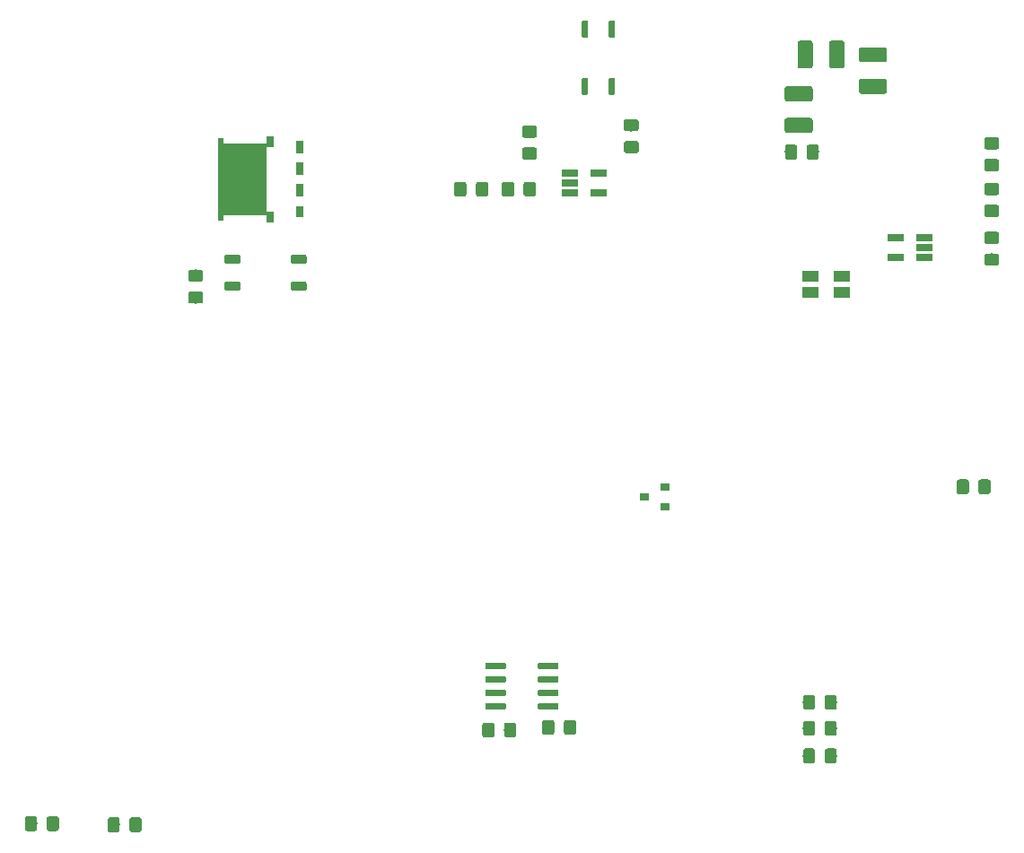
<source format=gtp>
G04 #@! TF.GenerationSoftware,KiCad,Pcbnew,(5.1.2)-2*
G04 #@! TF.CreationDate,2019-12-07T23:42:41-08:00*
G04 #@! TF.ProjectId,Precharger,50726563-6861-4726-9765-722e6b696361,rev?*
G04 #@! TF.SameCoordinates,Original*
G04 #@! TF.FileFunction,Paste,Top*
G04 #@! TF.FilePolarity,Positive*
%FSLAX46Y46*%
G04 Gerber Fmt 4.6, Leading zero omitted, Abs format (unit mm)*
G04 Created by KiCad (PCBNEW (5.1.2)-2) date 2019-12-07 23:42:41*
%MOMM*%
%LPD*%
G04 APERTURE LIST*
%ADD10R,0.508000X7.874000*%
%ADD11R,0.762000X1.016000*%
%ADD12R,4.572000X6.858000*%
%ADD13R,0.762000X1.270000*%
%ADD14C,0.100000*%
%ADD15C,1.150000*%
%ADD16R,0.900000X0.800000*%
%ADD17R,1.500000X1.100000*%
%ADD18C,0.600000*%
%ADD19C,0.900000*%
%ADD20R,1.560000X0.650000*%
%ADD21C,1.425000*%
G04 APERTURE END LIST*
D10*
X123540000Y-76250000D03*
D11*
X128239000Y-79806000D03*
X128239000Y-72694000D03*
D12*
X125622800Y-76250000D03*
D11*
X131033000Y-79298000D03*
D13*
X131033000Y-77266000D03*
X131033000Y-75234000D03*
X131033000Y-73202000D03*
D14*
G36*
X106024505Y-136401204D02*
G01*
X106048773Y-136404804D01*
X106072572Y-136410765D01*
X106095671Y-136419030D01*
X106117850Y-136429520D01*
X106138893Y-136442132D01*
X106158599Y-136456747D01*
X106176777Y-136473223D01*
X106193253Y-136491401D01*
X106207868Y-136511107D01*
X106220480Y-136532150D01*
X106230970Y-136554329D01*
X106239235Y-136577428D01*
X106245196Y-136601227D01*
X106248796Y-136625495D01*
X106250000Y-136649999D01*
X106250000Y-137550001D01*
X106248796Y-137574505D01*
X106245196Y-137598773D01*
X106239235Y-137622572D01*
X106230970Y-137645671D01*
X106220480Y-137667850D01*
X106207868Y-137688893D01*
X106193253Y-137708599D01*
X106176777Y-137726777D01*
X106158599Y-137743253D01*
X106138893Y-137757868D01*
X106117850Y-137770480D01*
X106095671Y-137780970D01*
X106072572Y-137789235D01*
X106048773Y-137795196D01*
X106024505Y-137798796D01*
X106000001Y-137800000D01*
X105349999Y-137800000D01*
X105325495Y-137798796D01*
X105301227Y-137795196D01*
X105277428Y-137789235D01*
X105254329Y-137780970D01*
X105232150Y-137770480D01*
X105211107Y-137757868D01*
X105191401Y-137743253D01*
X105173223Y-137726777D01*
X105156747Y-137708599D01*
X105142132Y-137688893D01*
X105129520Y-137667850D01*
X105119030Y-137645671D01*
X105110765Y-137622572D01*
X105104804Y-137598773D01*
X105101204Y-137574505D01*
X105100000Y-137550001D01*
X105100000Y-136649999D01*
X105101204Y-136625495D01*
X105104804Y-136601227D01*
X105110765Y-136577428D01*
X105119030Y-136554329D01*
X105129520Y-136532150D01*
X105142132Y-136511107D01*
X105156747Y-136491401D01*
X105173223Y-136473223D01*
X105191401Y-136456747D01*
X105211107Y-136442132D01*
X105232150Y-136429520D01*
X105254329Y-136419030D01*
X105277428Y-136410765D01*
X105301227Y-136404804D01*
X105325495Y-136401204D01*
X105349999Y-136400000D01*
X106000001Y-136400000D01*
X106024505Y-136401204D01*
X106024505Y-136401204D01*
G37*
D15*
X105675000Y-137100000D03*
D14*
G36*
X108074505Y-136401204D02*
G01*
X108098773Y-136404804D01*
X108122572Y-136410765D01*
X108145671Y-136419030D01*
X108167850Y-136429520D01*
X108188893Y-136442132D01*
X108208599Y-136456747D01*
X108226777Y-136473223D01*
X108243253Y-136491401D01*
X108257868Y-136511107D01*
X108270480Y-136532150D01*
X108280970Y-136554329D01*
X108289235Y-136577428D01*
X108295196Y-136601227D01*
X108298796Y-136625495D01*
X108300000Y-136649999D01*
X108300000Y-137550001D01*
X108298796Y-137574505D01*
X108295196Y-137598773D01*
X108289235Y-137622572D01*
X108280970Y-137645671D01*
X108270480Y-137667850D01*
X108257868Y-137688893D01*
X108243253Y-137708599D01*
X108226777Y-137726777D01*
X108208599Y-137743253D01*
X108188893Y-137757868D01*
X108167850Y-137770480D01*
X108145671Y-137780970D01*
X108122572Y-137789235D01*
X108098773Y-137795196D01*
X108074505Y-137798796D01*
X108050001Y-137800000D01*
X107399999Y-137800000D01*
X107375495Y-137798796D01*
X107351227Y-137795196D01*
X107327428Y-137789235D01*
X107304329Y-137780970D01*
X107282150Y-137770480D01*
X107261107Y-137757868D01*
X107241401Y-137743253D01*
X107223223Y-137726777D01*
X107206747Y-137708599D01*
X107192132Y-137688893D01*
X107179520Y-137667850D01*
X107169030Y-137645671D01*
X107160765Y-137622572D01*
X107154804Y-137598773D01*
X107151204Y-137574505D01*
X107150000Y-137550001D01*
X107150000Y-136649999D01*
X107151204Y-136625495D01*
X107154804Y-136601227D01*
X107160765Y-136577428D01*
X107169030Y-136554329D01*
X107179520Y-136532150D01*
X107192132Y-136511107D01*
X107206747Y-136491401D01*
X107223223Y-136473223D01*
X107241401Y-136456747D01*
X107261107Y-136442132D01*
X107282150Y-136429520D01*
X107304329Y-136419030D01*
X107327428Y-136410765D01*
X107351227Y-136404804D01*
X107375495Y-136401204D01*
X107399999Y-136400000D01*
X108050001Y-136400000D01*
X108074505Y-136401204D01*
X108074505Y-136401204D01*
G37*
D15*
X107725000Y-137100000D03*
D14*
G36*
X115874505Y-136501204D02*
G01*
X115898773Y-136504804D01*
X115922572Y-136510765D01*
X115945671Y-136519030D01*
X115967850Y-136529520D01*
X115988893Y-136542132D01*
X116008599Y-136556747D01*
X116026777Y-136573223D01*
X116043253Y-136591401D01*
X116057868Y-136611107D01*
X116070480Y-136632150D01*
X116080970Y-136654329D01*
X116089235Y-136677428D01*
X116095196Y-136701227D01*
X116098796Y-136725495D01*
X116100000Y-136749999D01*
X116100000Y-137650001D01*
X116098796Y-137674505D01*
X116095196Y-137698773D01*
X116089235Y-137722572D01*
X116080970Y-137745671D01*
X116070480Y-137767850D01*
X116057868Y-137788893D01*
X116043253Y-137808599D01*
X116026777Y-137826777D01*
X116008599Y-137843253D01*
X115988893Y-137857868D01*
X115967850Y-137870480D01*
X115945671Y-137880970D01*
X115922572Y-137889235D01*
X115898773Y-137895196D01*
X115874505Y-137898796D01*
X115850001Y-137900000D01*
X115199999Y-137900000D01*
X115175495Y-137898796D01*
X115151227Y-137895196D01*
X115127428Y-137889235D01*
X115104329Y-137880970D01*
X115082150Y-137870480D01*
X115061107Y-137857868D01*
X115041401Y-137843253D01*
X115023223Y-137826777D01*
X115006747Y-137808599D01*
X114992132Y-137788893D01*
X114979520Y-137767850D01*
X114969030Y-137745671D01*
X114960765Y-137722572D01*
X114954804Y-137698773D01*
X114951204Y-137674505D01*
X114950000Y-137650001D01*
X114950000Y-136749999D01*
X114951204Y-136725495D01*
X114954804Y-136701227D01*
X114960765Y-136677428D01*
X114969030Y-136654329D01*
X114979520Y-136632150D01*
X114992132Y-136611107D01*
X115006747Y-136591401D01*
X115023223Y-136573223D01*
X115041401Y-136556747D01*
X115061107Y-136542132D01*
X115082150Y-136529520D01*
X115104329Y-136519030D01*
X115127428Y-136510765D01*
X115151227Y-136504804D01*
X115175495Y-136501204D01*
X115199999Y-136500000D01*
X115850001Y-136500000D01*
X115874505Y-136501204D01*
X115874505Y-136501204D01*
G37*
D15*
X115525000Y-137200000D03*
D14*
G36*
X113824505Y-136501204D02*
G01*
X113848773Y-136504804D01*
X113872572Y-136510765D01*
X113895671Y-136519030D01*
X113917850Y-136529520D01*
X113938893Y-136542132D01*
X113958599Y-136556747D01*
X113976777Y-136573223D01*
X113993253Y-136591401D01*
X114007868Y-136611107D01*
X114020480Y-136632150D01*
X114030970Y-136654329D01*
X114039235Y-136677428D01*
X114045196Y-136701227D01*
X114048796Y-136725495D01*
X114050000Y-136749999D01*
X114050000Y-137650001D01*
X114048796Y-137674505D01*
X114045196Y-137698773D01*
X114039235Y-137722572D01*
X114030970Y-137745671D01*
X114020480Y-137767850D01*
X114007868Y-137788893D01*
X113993253Y-137808599D01*
X113976777Y-137826777D01*
X113958599Y-137843253D01*
X113938893Y-137857868D01*
X113917850Y-137870480D01*
X113895671Y-137880970D01*
X113872572Y-137889235D01*
X113848773Y-137895196D01*
X113824505Y-137898796D01*
X113800001Y-137900000D01*
X113149999Y-137900000D01*
X113125495Y-137898796D01*
X113101227Y-137895196D01*
X113077428Y-137889235D01*
X113054329Y-137880970D01*
X113032150Y-137870480D01*
X113011107Y-137857868D01*
X112991401Y-137843253D01*
X112973223Y-137826777D01*
X112956747Y-137808599D01*
X112942132Y-137788893D01*
X112929520Y-137767850D01*
X112919030Y-137745671D01*
X112910765Y-137722572D01*
X112904804Y-137698773D01*
X112901204Y-137674505D01*
X112900000Y-137650001D01*
X112900000Y-136749999D01*
X112901204Y-136725495D01*
X112904804Y-136701227D01*
X112910765Y-136677428D01*
X112919030Y-136654329D01*
X112929520Y-136632150D01*
X112942132Y-136611107D01*
X112956747Y-136591401D01*
X112973223Y-136573223D01*
X112991401Y-136556747D01*
X113011107Y-136542132D01*
X113032150Y-136529520D01*
X113054329Y-136519030D01*
X113077428Y-136510765D01*
X113101227Y-136504804D01*
X113125495Y-136501204D01*
X113149999Y-136500000D01*
X113800001Y-136500000D01*
X113824505Y-136501204D01*
X113824505Y-136501204D01*
G37*
D15*
X113475000Y-137200000D03*
D16*
X163500000Y-106250000D03*
X165500000Y-105300000D03*
X165500000Y-107200000D03*
D14*
G36*
X181474505Y-124951204D02*
G01*
X181498773Y-124954804D01*
X181522572Y-124960765D01*
X181545671Y-124969030D01*
X181567850Y-124979520D01*
X181588893Y-124992132D01*
X181608599Y-125006747D01*
X181626777Y-125023223D01*
X181643253Y-125041401D01*
X181657868Y-125061107D01*
X181670480Y-125082150D01*
X181680970Y-125104329D01*
X181689235Y-125127428D01*
X181695196Y-125151227D01*
X181698796Y-125175495D01*
X181700000Y-125199999D01*
X181700000Y-126100001D01*
X181698796Y-126124505D01*
X181695196Y-126148773D01*
X181689235Y-126172572D01*
X181680970Y-126195671D01*
X181670480Y-126217850D01*
X181657868Y-126238893D01*
X181643253Y-126258599D01*
X181626777Y-126276777D01*
X181608599Y-126293253D01*
X181588893Y-126307868D01*
X181567850Y-126320480D01*
X181545671Y-126330970D01*
X181522572Y-126339235D01*
X181498773Y-126345196D01*
X181474505Y-126348796D01*
X181450001Y-126350000D01*
X180799999Y-126350000D01*
X180775495Y-126348796D01*
X180751227Y-126345196D01*
X180727428Y-126339235D01*
X180704329Y-126330970D01*
X180682150Y-126320480D01*
X180661107Y-126307868D01*
X180641401Y-126293253D01*
X180623223Y-126276777D01*
X180606747Y-126258599D01*
X180592132Y-126238893D01*
X180579520Y-126217850D01*
X180569030Y-126195671D01*
X180560765Y-126172572D01*
X180554804Y-126148773D01*
X180551204Y-126124505D01*
X180550000Y-126100001D01*
X180550000Y-125199999D01*
X180551204Y-125175495D01*
X180554804Y-125151227D01*
X180560765Y-125127428D01*
X180569030Y-125104329D01*
X180579520Y-125082150D01*
X180592132Y-125061107D01*
X180606747Y-125041401D01*
X180623223Y-125023223D01*
X180641401Y-125006747D01*
X180661107Y-124992132D01*
X180682150Y-124979520D01*
X180704329Y-124969030D01*
X180727428Y-124960765D01*
X180751227Y-124954804D01*
X180775495Y-124951204D01*
X180799999Y-124950000D01*
X181450001Y-124950000D01*
X181474505Y-124951204D01*
X181474505Y-124951204D01*
G37*
D15*
X181125000Y-125650000D03*
D14*
G36*
X179424505Y-124951204D02*
G01*
X179448773Y-124954804D01*
X179472572Y-124960765D01*
X179495671Y-124969030D01*
X179517850Y-124979520D01*
X179538893Y-124992132D01*
X179558599Y-125006747D01*
X179576777Y-125023223D01*
X179593253Y-125041401D01*
X179607868Y-125061107D01*
X179620480Y-125082150D01*
X179630970Y-125104329D01*
X179639235Y-125127428D01*
X179645196Y-125151227D01*
X179648796Y-125175495D01*
X179650000Y-125199999D01*
X179650000Y-126100001D01*
X179648796Y-126124505D01*
X179645196Y-126148773D01*
X179639235Y-126172572D01*
X179630970Y-126195671D01*
X179620480Y-126217850D01*
X179607868Y-126238893D01*
X179593253Y-126258599D01*
X179576777Y-126276777D01*
X179558599Y-126293253D01*
X179538893Y-126307868D01*
X179517850Y-126320480D01*
X179495671Y-126330970D01*
X179472572Y-126339235D01*
X179448773Y-126345196D01*
X179424505Y-126348796D01*
X179400001Y-126350000D01*
X178749999Y-126350000D01*
X178725495Y-126348796D01*
X178701227Y-126345196D01*
X178677428Y-126339235D01*
X178654329Y-126330970D01*
X178632150Y-126320480D01*
X178611107Y-126307868D01*
X178591401Y-126293253D01*
X178573223Y-126276777D01*
X178556747Y-126258599D01*
X178542132Y-126238893D01*
X178529520Y-126217850D01*
X178519030Y-126195671D01*
X178510765Y-126172572D01*
X178504804Y-126148773D01*
X178501204Y-126124505D01*
X178500000Y-126100001D01*
X178500000Y-125199999D01*
X178501204Y-125175495D01*
X178504804Y-125151227D01*
X178510765Y-125127428D01*
X178519030Y-125104329D01*
X178529520Y-125082150D01*
X178542132Y-125061107D01*
X178556747Y-125041401D01*
X178573223Y-125023223D01*
X178591401Y-125006747D01*
X178611107Y-124992132D01*
X178632150Y-124979520D01*
X178654329Y-124969030D01*
X178677428Y-124960765D01*
X178701227Y-124954804D01*
X178725495Y-124951204D01*
X178749999Y-124950000D01*
X179400001Y-124950000D01*
X179424505Y-124951204D01*
X179424505Y-124951204D01*
G37*
D15*
X179075000Y-125650000D03*
D14*
G36*
X181474505Y-127401204D02*
G01*
X181498773Y-127404804D01*
X181522572Y-127410765D01*
X181545671Y-127419030D01*
X181567850Y-127429520D01*
X181588893Y-127442132D01*
X181608599Y-127456747D01*
X181626777Y-127473223D01*
X181643253Y-127491401D01*
X181657868Y-127511107D01*
X181670480Y-127532150D01*
X181680970Y-127554329D01*
X181689235Y-127577428D01*
X181695196Y-127601227D01*
X181698796Y-127625495D01*
X181700000Y-127649999D01*
X181700000Y-128550001D01*
X181698796Y-128574505D01*
X181695196Y-128598773D01*
X181689235Y-128622572D01*
X181680970Y-128645671D01*
X181670480Y-128667850D01*
X181657868Y-128688893D01*
X181643253Y-128708599D01*
X181626777Y-128726777D01*
X181608599Y-128743253D01*
X181588893Y-128757868D01*
X181567850Y-128770480D01*
X181545671Y-128780970D01*
X181522572Y-128789235D01*
X181498773Y-128795196D01*
X181474505Y-128798796D01*
X181450001Y-128800000D01*
X180799999Y-128800000D01*
X180775495Y-128798796D01*
X180751227Y-128795196D01*
X180727428Y-128789235D01*
X180704329Y-128780970D01*
X180682150Y-128770480D01*
X180661107Y-128757868D01*
X180641401Y-128743253D01*
X180623223Y-128726777D01*
X180606747Y-128708599D01*
X180592132Y-128688893D01*
X180579520Y-128667850D01*
X180569030Y-128645671D01*
X180560765Y-128622572D01*
X180554804Y-128598773D01*
X180551204Y-128574505D01*
X180550000Y-128550001D01*
X180550000Y-127649999D01*
X180551204Y-127625495D01*
X180554804Y-127601227D01*
X180560765Y-127577428D01*
X180569030Y-127554329D01*
X180579520Y-127532150D01*
X180592132Y-127511107D01*
X180606747Y-127491401D01*
X180623223Y-127473223D01*
X180641401Y-127456747D01*
X180661107Y-127442132D01*
X180682150Y-127429520D01*
X180704329Y-127419030D01*
X180727428Y-127410765D01*
X180751227Y-127404804D01*
X180775495Y-127401204D01*
X180799999Y-127400000D01*
X181450001Y-127400000D01*
X181474505Y-127401204D01*
X181474505Y-127401204D01*
G37*
D15*
X181125000Y-128100000D03*
D14*
G36*
X179424505Y-127401204D02*
G01*
X179448773Y-127404804D01*
X179472572Y-127410765D01*
X179495671Y-127419030D01*
X179517850Y-127429520D01*
X179538893Y-127442132D01*
X179558599Y-127456747D01*
X179576777Y-127473223D01*
X179593253Y-127491401D01*
X179607868Y-127511107D01*
X179620480Y-127532150D01*
X179630970Y-127554329D01*
X179639235Y-127577428D01*
X179645196Y-127601227D01*
X179648796Y-127625495D01*
X179650000Y-127649999D01*
X179650000Y-128550001D01*
X179648796Y-128574505D01*
X179645196Y-128598773D01*
X179639235Y-128622572D01*
X179630970Y-128645671D01*
X179620480Y-128667850D01*
X179607868Y-128688893D01*
X179593253Y-128708599D01*
X179576777Y-128726777D01*
X179558599Y-128743253D01*
X179538893Y-128757868D01*
X179517850Y-128770480D01*
X179495671Y-128780970D01*
X179472572Y-128789235D01*
X179448773Y-128795196D01*
X179424505Y-128798796D01*
X179400001Y-128800000D01*
X178749999Y-128800000D01*
X178725495Y-128798796D01*
X178701227Y-128795196D01*
X178677428Y-128789235D01*
X178654329Y-128780970D01*
X178632150Y-128770480D01*
X178611107Y-128757868D01*
X178591401Y-128743253D01*
X178573223Y-128726777D01*
X178556747Y-128708599D01*
X178542132Y-128688893D01*
X178529520Y-128667850D01*
X178519030Y-128645671D01*
X178510765Y-128622572D01*
X178504804Y-128598773D01*
X178501204Y-128574505D01*
X178500000Y-128550001D01*
X178500000Y-127649999D01*
X178501204Y-127625495D01*
X178504804Y-127601227D01*
X178510765Y-127577428D01*
X178519030Y-127554329D01*
X178529520Y-127532150D01*
X178542132Y-127511107D01*
X178556747Y-127491401D01*
X178573223Y-127473223D01*
X178591401Y-127456747D01*
X178611107Y-127442132D01*
X178632150Y-127429520D01*
X178654329Y-127419030D01*
X178677428Y-127410765D01*
X178701227Y-127404804D01*
X178725495Y-127401204D01*
X178749999Y-127400000D01*
X179400001Y-127400000D01*
X179424505Y-127401204D01*
X179424505Y-127401204D01*
G37*
D15*
X179075000Y-128100000D03*
D14*
G36*
X181474505Y-130001204D02*
G01*
X181498773Y-130004804D01*
X181522572Y-130010765D01*
X181545671Y-130019030D01*
X181567850Y-130029520D01*
X181588893Y-130042132D01*
X181608599Y-130056747D01*
X181626777Y-130073223D01*
X181643253Y-130091401D01*
X181657868Y-130111107D01*
X181670480Y-130132150D01*
X181680970Y-130154329D01*
X181689235Y-130177428D01*
X181695196Y-130201227D01*
X181698796Y-130225495D01*
X181700000Y-130249999D01*
X181700000Y-131150001D01*
X181698796Y-131174505D01*
X181695196Y-131198773D01*
X181689235Y-131222572D01*
X181680970Y-131245671D01*
X181670480Y-131267850D01*
X181657868Y-131288893D01*
X181643253Y-131308599D01*
X181626777Y-131326777D01*
X181608599Y-131343253D01*
X181588893Y-131357868D01*
X181567850Y-131370480D01*
X181545671Y-131380970D01*
X181522572Y-131389235D01*
X181498773Y-131395196D01*
X181474505Y-131398796D01*
X181450001Y-131400000D01*
X180799999Y-131400000D01*
X180775495Y-131398796D01*
X180751227Y-131395196D01*
X180727428Y-131389235D01*
X180704329Y-131380970D01*
X180682150Y-131370480D01*
X180661107Y-131357868D01*
X180641401Y-131343253D01*
X180623223Y-131326777D01*
X180606747Y-131308599D01*
X180592132Y-131288893D01*
X180579520Y-131267850D01*
X180569030Y-131245671D01*
X180560765Y-131222572D01*
X180554804Y-131198773D01*
X180551204Y-131174505D01*
X180550000Y-131150001D01*
X180550000Y-130249999D01*
X180551204Y-130225495D01*
X180554804Y-130201227D01*
X180560765Y-130177428D01*
X180569030Y-130154329D01*
X180579520Y-130132150D01*
X180592132Y-130111107D01*
X180606747Y-130091401D01*
X180623223Y-130073223D01*
X180641401Y-130056747D01*
X180661107Y-130042132D01*
X180682150Y-130029520D01*
X180704329Y-130019030D01*
X180727428Y-130010765D01*
X180751227Y-130004804D01*
X180775495Y-130001204D01*
X180799999Y-130000000D01*
X181450001Y-130000000D01*
X181474505Y-130001204D01*
X181474505Y-130001204D01*
G37*
D15*
X181125000Y-130700000D03*
D14*
G36*
X179424505Y-130001204D02*
G01*
X179448773Y-130004804D01*
X179472572Y-130010765D01*
X179495671Y-130019030D01*
X179517850Y-130029520D01*
X179538893Y-130042132D01*
X179558599Y-130056747D01*
X179576777Y-130073223D01*
X179593253Y-130091401D01*
X179607868Y-130111107D01*
X179620480Y-130132150D01*
X179630970Y-130154329D01*
X179639235Y-130177428D01*
X179645196Y-130201227D01*
X179648796Y-130225495D01*
X179650000Y-130249999D01*
X179650000Y-131150001D01*
X179648796Y-131174505D01*
X179645196Y-131198773D01*
X179639235Y-131222572D01*
X179630970Y-131245671D01*
X179620480Y-131267850D01*
X179607868Y-131288893D01*
X179593253Y-131308599D01*
X179576777Y-131326777D01*
X179558599Y-131343253D01*
X179538893Y-131357868D01*
X179517850Y-131370480D01*
X179495671Y-131380970D01*
X179472572Y-131389235D01*
X179448773Y-131395196D01*
X179424505Y-131398796D01*
X179400001Y-131400000D01*
X178749999Y-131400000D01*
X178725495Y-131398796D01*
X178701227Y-131395196D01*
X178677428Y-131389235D01*
X178654329Y-131380970D01*
X178632150Y-131370480D01*
X178611107Y-131357868D01*
X178591401Y-131343253D01*
X178573223Y-131326777D01*
X178556747Y-131308599D01*
X178542132Y-131288893D01*
X178529520Y-131267850D01*
X178519030Y-131245671D01*
X178510765Y-131222572D01*
X178504804Y-131198773D01*
X178501204Y-131174505D01*
X178500000Y-131150001D01*
X178500000Y-130249999D01*
X178501204Y-130225495D01*
X178504804Y-130201227D01*
X178510765Y-130177428D01*
X178519030Y-130154329D01*
X178529520Y-130132150D01*
X178542132Y-130111107D01*
X178556747Y-130091401D01*
X178573223Y-130073223D01*
X178591401Y-130056747D01*
X178611107Y-130042132D01*
X178632150Y-130029520D01*
X178654329Y-130019030D01*
X178677428Y-130010765D01*
X178701227Y-130004804D01*
X178725495Y-130001204D01*
X178749999Y-130000000D01*
X179400001Y-130000000D01*
X179424505Y-130001204D01*
X179424505Y-130001204D01*
G37*
D15*
X179075000Y-130700000D03*
D17*
X182200000Y-85450000D03*
X179200000Y-85450000D03*
X179200000Y-86950000D03*
X182200000Y-86950000D03*
D14*
G36*
X151224505Y-127551204D02*
G01*
X151248773Y-127554804D01*
X151272572Y-127560765D01*
X151295671Y-127569030D01*
X151317850Y-127579520D01*
X151338893Y-127592132D01*
X151358599Y-127606747D01*
X151376777Y-127623223D01*
X151393253Y-127641401D01*
X151407868Y-127661107D01*
X151420480Y-127682150D01*
X151430970Y-127704329D01*
X151439235Y-127727428D01*
X151445196Y-127751227D01*
X151448796Y-127775495D01*
X151450000Y-127799999D01*
X151450000Y-128700001D01*
X151448796Y-128724505D01*
X151445196Y-128748773D01*
X151439235Y-128772572D01*
X151430970Y-128795671D01*
X151420480Y-128817850D01*
X151407868Y-128838893D01*
X151393253Y-128858599D01*
X151376777Y-128876777D01*
X151358599Y-128893253D01*
X151338893Y-128907868D01*
X151317850Y-128920480D01*
X151295671Y-128930970D01*
X151272572Y-128939235D01*
X151248773Y-128945196D01*
X151224505Y-128948796D01*
X151200001Y-128950000D01*
X150549999Y-128950000D01*
X150525495Y-128948796D01*
X150501227Y-128945196D01*
X150477428Y-128939235D01*
X150454329Y-128930970D01*
X150432150Y-128920480D01*
X150411107Y-128907868D01*
X150391401Y-128893253D01*
X150373223Y-128876777D01*
X150356747Y-128858599D01*
X150342132Y-128838893D01*
X150329520Y-128817850D01*
X150319030Y-128795671D01*
X150310765Y-128772572D01*
X150304804Y-128748773D01*
X150301204Y-128724505D01*
X150300000Y-128700001D01*
X150300000Y-127799999D01*
X150301204Y-127775495D01*
X150304804Y-127751227D01*
X150310765Y-127727428D01*
X150319030Y-127704329D01*
X150329520Y-127682150D01*
X150342132Y-127661107D01*
X150356747Y-127641401D01*
X150373223Y-127623223D01*
X150391401Y-127606747D01*
X150411107Y-127592132D01*
X150432150Y-127579520D01*
X150454329Y-127569030D01*
X150477428Y-127560765D01*
X150501227Y-127554804D01*
X150525495Y-127551204D01*
X150549999Y-127550000D01*
X151200001Y-127550000D01*
X151224505Y-127551204D01*
X151224505Y-127551204D01*
G37*
D15*
X150875000Y-128250000D03*
D14*
G36*
X149174505Y-127551204D02*
G01*
X149198773Y-127554804D01*
X149222572Y-127560765D01*
X149245671Y-127569030D01*
X149267850Y-127579520D01*
X149288893Y-127592132D01*
X149308599Y-127606747D01*
X149326777Y-127623223D01*
X149343253Y-127641401D01*
X149357868Y-127661107D01*
X149370480Y-127682150D01*
X149380970Y-127704329D01*
X149389235Y-127727428D01*
X149395196Y-127751227D01*
X149398796Y-127775495D01*
X149400000Y-127799999D01*
X149400000Y-128700001D01*
X149398796Y-128724505D01*
X149395196Y-128748773D01*
X149389235Y-128772572D01*
X149380970Y-128795671D01*
X149370480Y-128817850D01*
X149357868Y-128838893D01*
X149343253Y-128858599D01*
X149326777Y-128876777D01*
X149308599Y-128893253D01*
X149288893Y-128907868D01*
X149267850Y-128920480D01*
X149245671Y-128930970D01*
X149222572Y-128939235D01*
X149198773Y-128945196D01*
X149174505Y-128948796D01*
X149150001Y-128950000D01*
X148499999Y-128950000D01*
X148475495Y-128948796D01*
X148451227Y-128945196D01*
X148427428Y-128939235D01*
X148404329Y-128930970D01*
X148382150Y-128920480D01*
X148361107Y-128907868D01*
X148341401Y-128893253D01*
X148323223Y-128876777D01*
X148306747Y-128858599D01*
X148292132Y-128838893D01*
X148279520Y-128817850D01*
X148269030Y-128795671D01*
X148260765Y-128772572D01*
X148254804Y-128748773D01*
X148251204Y-128724505D01*
X148250000Y-128700001D01*
X148250000Y-127799999D01*
X148251204Y-127775495D01*
X148254804Y-127751227D01*
X148260765Y-127727428D01*
X148269030Y-127704329D01*
X148279520Y-127682150D01*
X148292132Y-127661107D01*
X148306747Y-127641401D01*
X148323223Y-127623223D01*
X148341401Y-127606747D01*
X148361107Y-127592132D01*
X148382150Y-127579520D01*
X148404329Y-127569030D01*
X148427428Y-127560765D01*
X148451227Y-127554804D01*
X148475495Y-127551204D01*
X148499999Y-127550000D01*
X149150001Y-127550000D01*
X149174505Y-127551204D01*
X149174505Y-127551204D01*
G37*
D15*
X148825000Y-128250000D03*
D14*
G36*
X150344703Y-125725722D02*
G01*
X150359264Y-125727882D01*
X150373543Y-125731459D01*
X150387403Y-125736418D01*
X150400710Y-125742712D01*
X150413336Y-125750280D01*
X150425159Y-125759048D01*
X150436066Y-125768934D01*
X150445952Y-125779841D01*
X150454720Y-125791664D01*
X150462288Y-125804290D01*
X150468582Y-125817597D01*
X150473541Y-125831457D01*
X150477118Y-125845736D01*
X150479278Y-125860297D01*
X150480000Y-125875000D01*
X150480000Y-126175000D01*
X150479278Y-126189703D01*
X150477118Y-126204264D01*
X150473541Y-126218543D01*
X150468582Y-126232403D01*
X150462288Y-126245710D01*
X150454720Y-126258336D01*
X150445952Y-126270159D01*
X150436066Y-126281066D01*
X150425159Y-126290952D01*
X150413336Y-126299720D01*
X150400710Y-126307288D01*
X150387403Y-126313582D01*
X150373543Y-126318541D01*
X150359264Y-126322118D01*
X150344703Y-126324278D01*
X150330000Y-126325000D01*
X148680000Y-126325000D01*
X148665297Y-126324278D01*
X148650736Y-126322118D01*
X148636457Y-126318541D01*
X148622597Y-126313582D01*
X148609290Y-126307288D01*
X148596664Y-126299720D01*
X148584841Y-126290952D01*
X148573934Y-126281066D01*
X148564048Y-126270159D01*
X148555280Y-126258336D01*
X148547712Y-126245710D01*
X148541418Y-126232403D01*
X148536459Y-126218543D01*
X148532882Y-126204264D01*
X148530722Y-126189703D01*
X148530000Y-126175000D01*
X148530000Y-125875000D01*
X148530722Y-125860297D01*
X148532882Y-125845736D01*
X148536459Y-125831457D01*
X148541418Y-125817597D01*
X148547712Y-125804290D01*
X148555280Y-125791664D01*
X148564048Y-125779841D01*
X148573934Y-125768934D01*
X148584841Y-125759048D01*
X148596664Y-125750280D01*
X148609290Y-125742712D01*
X148622597Y-125736418D01*
X148636457Y-125731459D01*
X148650736Y-125727882D01*
X148665297Y-125725722D01*
X148680000Y-125725000D01*
X150330000Y-125725000D01*
X150344703Y-125725722D01*
X150344703Y-125725722D01*
G37*
D18*
X149505000Y-126025000D03*
D14*
G36*
X150344703Y-124455722D02*
G01*
X150359264Y-124457882D01*
X150373543Y-124461459D01*
X150387403Y-124466418D01*
X150400710Y-124472712D01*
X150413336Y-124480280D01*
X150425159Y-124489048D01*
X150436066Y-124498934D01*
X150445952Y-124509841D01*
X150454720Y-124521664D01*
X150462288Y-124534290D01*
X150468582Y-124547597D01*
X150473541Y-124561457D01*
X150477118Y-124575736D01*
X150479278Y-124590297D01*
X150480000Y-124605000D01*
X150480000Y-124905000D01*
X150479278Y-124919703D01*
X150477118Y-124934264D01*
X150473541Y-124948543D01*
X150468582Y-124962403D01*
X150462288Y-124975710D01*
X150454720Y-124988336D01*
X150445952Y-125000159D01*
X150436066Y-125011066D01*
X150425159Y-125020952D01*
X150413336Y-125029720D01*
X150400710Y-125037288D01*
X150387403Y-125043582D01*
X150373543Y-125048541D01*
X150359264Y-125052118D01*
X150344703Y-125054278D01*
X150330000Y-125055000D01*
X148680000Y-125055000D01*
X148665297Y-125054278D01*
X148650736Y-125052118D01*
X148636457Y-125048541D01*
X148622597Y-125043582D01*
X148609290Y-125037288D01*
X148596664Y-125029720D01*
X148584841Y-125020952D01*
X148573934Y-125011066D01*
X148564048Y-125000159D01*
X148555280Y-124988336D01*
X148547712Y-124975710D01*
X148541418Y-124962403D01*
X148536459Y-124948543D01*
X148532882Y-124934264D01*
X148530722Y-124919703D01*
X148530000Y-124905000D01*
X148530000Y-124605000D01*
X148530722Y-124590297D01*
X148532882Y-124575736D01*
X148536459Y-124561457D01*
X148541418Y-124547597D01*
X148547712Y-124534290D01*
X148555280Y-124521664D01*
X148564048Y-124509841D01*
X148573934Y-124498934D01*
X148584841Y-124489048D01*
X148596664Y-124480280D01*
X148609290Y-124472712D01*
X148622597Y-124466418D01*
X148636457Y-124461459D01*
X148650736Y-124457882D01*
X148665297Y-124455722D01*
X148680000Y-124455000D01*
X150330000Y-124455000D01*
X150344703Y-124455722D01*
X150344703Y-124455722D01*
G37*
D18*
X149505000Y-124755000D03*
D14*
G36*
X150344703Y-123185722D02*
G01*
X150359264Y-123187882D01*
X150373543Y-123191459D01*
X150387403Y-123196418D01*
X150400710Y-123202712D01*
X150413336Y-123210280D01*
X150425159Y-123219048D01*
X150436066Y-123228934D01*
X150445952Y-123239841D01*
X150454720Y-123251664D01*
X150462288Y-123264290D01*
X150468582Y-123277597D01*
X150473541Y-123291457D01*
X150477118Y-123305736D01*
X150479278Y-123320297D01*
X150480000Y-123335000D01*
X150480000Y-123635000D01*
X150479278Y-123649703D01*
X150477118Y-123664264D01*
X150473541Y-123678543D01*
X150468582Y-123692403D01*
X150462288Y-123705710D01*
X150454720Y-123718336D01*
X150445952Y-123730159D01*
X150436066Y-123741066D01*
X150425159Y-123750952D01*
X150413336Y-123759720D01*
X150400710Y-123767288D01*
X150387403Y-123773582D01*
X150373543Y-123778541D01*
X150359264Y-123782118D01*
X150344703Y-123784278D01*
X150330000Y-123785000D01*
X148680000Y-123785000D01*
X148665297Y-123784278D01*
X148650736Y-123782118D01*
X148636457Y-123778541D01*
X148622597Y-123773582D01*
X148609290Y-123767288D01*
X148596664Y-123759720D01*
X148584841Y-123750952D01*
X148573934Y-123741066D01*
X148564048Y-123730159D01*
X148555280Y-123718336D01*
X148547712Y-123705710D01*
X148541418Y-123692403D01*
X148536459Y-123678543D01*
X148532882Y-123664264D01*
X148530722Y-123649703D01*
X148530000Y-123635000D01*
X148530000Y-123335000D01*
X148530722Y-123320297D01*
X148532882Y-123305736D01*
X148536459Y-123291457D01*
X148541418Y-123277597D01*
X148547712Y-123264290D01*
X148555280Y-123251664D01*
X148564048Y-123239841D01*
X148573934Y-123228934D01*
X148584841Y-123219048D01*
X148596664Y-123210280D01*
X148609290Y-123202712D01*
X148622597Y-123196418D01*
X148636457Y-123191459D01*
X148650736Y-123187882D01*
X148665297Y-123185722D01*
X148680000Y-123185000D01*
X150330000Y-123185000D01*
X150344703Y-123185722D01*
X150344703Y-123185722D01*
G37*
D18*
X149505000Y-123485000D03*
D14*
G36*
X150344703Y-121915722D02*
G01*
X150359264Y-121917882D01*
X150373543Y-121921459D01*
X150387403Y-121926418D01*
X150400710Y-121932712D01*
X150413336Y-121940280D01*
X150425159Y-121949048D01*
X150436066Y-121958934D01*
X150445952Y-121969841D01*
X150454720Y-121981664D01*
X150462288Y-121994290D01*
X150468582Y-122007597D01*
X150473541Y-122021457D01*
X150477118Y-122035736D01*
X150479278Y-122050297D01*
X150480000Y-122065000D01*
X150480000Y-122365000D01*
X150479278Y-122379703D01*
X150477118Y-122394264D01*
X150473541Y-122408543D01*
X150468582Y-122422403D01*
X150462288Y-122435710D01*
X150454720Y-122448336D01*
X150445952Y-122460159D01*
X150436066Y-122471066D01*
X150425159Y-122480952D01*
X150413336Y-122489720D01*
X150400710Y-122497288D01*
X150387403Y-122503582D01*
X150373543Y-122508541D01*
X150359264Y-122512118D01*
X150344703Y-122514278D01*
X150330000Y-122515000D01*
X148680000Y-122515000D01*
X148665297Y-122514278D01*
X148650736Y-122512118D01*
X148636457Y-122508541D01*
X148622597Y-122503582D01*
X148609290Y-122497288D01*
X148596664Y-122489720D01*
X148584841Y-122480952D01*
X148573934Y-122471066D01*
X148564048Y-122460159D01*
X148555280Y-122448336D01*
X148547712Y-122435710D01*
X148541418Y-122422403D01*
X148536459Y-122408543D01*
X148532882Y-122394264D01*
X148530722Y-122379703D01*
X148530000Y-122365000D01*
X148530000Y-122065000D01*
X148530722Y-122050297D01*
X148532882Y-122035736D01*
X148536459Y-122021457D01*
X148541418Y-122007597D01*
X148547712Y-121994290D01*
X148555280Y-121981664D01*
X148564048Y-121969841D01*
X148573934Y-121958934D01*
X148584841Y-121949048D01*
X148596664Y-121940280D01*
X148609290Y-121932712D01*
X148622597Y-121926418D01*
X148636457Y-121921459D01*
X148650736Y-121917882D01*
X148665297Y-121915722D01*
X148680000Y-121915000D01*
X150330000Y-121915000D01*
X150344703Y-121915722D01*
X150344703Y-121915722D01*
G37*
D18*
X149505000Y-122215000D03*
D14*
G36*
X155294703Y-121915722D02*
G01*
X155309264Y-121917882D01*
X155323543Y-121921459D01*
X155337403Y-121926418D01*
X155350710Y-121932712D01*
X155363336Y-121940280D01*
X155375159Y-121949048D01*
X155386066Y-121958934D01*
X155395952Y-121969841D01*
X155404720Y-121981664D01*
X155412288Y-121994290D01*
X155418582Y-122007597D01*
X155423541Y-122021457D01*
X155427118Y-122035736D01*
X155429278Y-122050297D01*
X155430000Y-122065000D01*
X155430000Y-122365000D01*
X155429278Y-122379703D01*
X155427118Y-122394264D01*
X155423541Y-122408543D01*
X155418582Y-122422403D01*
X155412288Y-122435710D01*
X155404720Y-122448336D01*
X155395952Y-122460159D01*
X155386066Y-122471066D01*
X155375159Y-122480952D01*
X155363336Y-122489720D01*
X155350710Y-122497288D01*
X155337403Y-122503582D01*
X155323543Y-122508541D01*
X155309264Y-122512118D01*
X155294703Y-122514278D01*
X155280000Y-122515000D01*
X153630000Y-122515000D01*
X153615297Y-122514278D01*
X153600736Y-122512118D01*
X153586457Y-122508541D01*
X153572597Y-122503582D01*
X153559290Y-122497288D01*
X153546664Y-122489720D01*
X153534841Y-122480952D01*
X153523934Y-122471066D01*
X153514048Y-122460159D01*
X153505280Y-122448336D01*
X153497712Y-122435710D01*
X153491418Y-122422403D01*
X153486459Y-122408543D01*
X153482882Y-122394264D01*
X153480722Y-122379703D01*
X153480000Y-122365000D01*
X153480000Y-122065000D01*
X153480722Y-122050297D01*
X153482882Y-122035736D01*
X153486459Y-122021457D01*
X153491418Y-122007597D01*
X153497712Y-121994290D01*
X153505280Y-121981664D01*
X153514048Y-121969841D01*
X153523934Y-121958934D01*
X153534841Y-121949048D01*
X153546664Y-121940280D01*
X153559290Y-121932712D01*
X153572597Y-121926418D01*
X153586457Y-121921459D01*
X153600736Y-121917882D01*
X153615297Y-121915722D01*
X153630000Y-121915000D01*
X155280000Y-121915000D01*
X155294703Y-121915722D01*
X155294703Y-121915722D01*
G37*
D18*
X154455000Y-122215000D03*
D14*
G36*
X155294703Y-123185722D02*
G01*
X155309264Y-123187882D01*
X155323543Y-123191459D01*
X155337403Y-123196418D01*
X155350710Y-123202712D01*
X155363336Y-123210280D01*
X155375159Y-123219048D01*
X155386066Y-123228934D01*
X155395952Y-123239841D01*
X155404720Y-123251664D01*
X155412288Y-123264290D01*
X155418582Y-123277597D01*
X155423541Y-123291457D01*
X155427118Y-123305736D01*
X155429278Y-123320297D01*
X155430000Y-123335000D01*
X155430000Y-123635000D01*
X155429278Y-123649703D01*
X155427118Y-123664264D01*
X155423541Y-123678543D01*
X155418582Y-123692403D01*
X155412288Y-123705710D01*
X155404720Y-123718336D01*
X155395952Y-123730159D01*
X155386066Y-123741066D01*
X155375159Y-123750952D01*
X155363336Y-123759720D01*
X155350710Y-123767288D01*
X155337403Y-123773582D01*
X155323543Y-123778541D01*
X155309264Y-123782118D01*
X155294703Y-123784278D01*
X155280000Y-123785000D01*
X153630000Y-123785000D01*
X153615297Y-123784278D01*
X153600736Y-123782118D01*
X153586457Y-123778541D01*
X153572597Y-123773582D01*
X153559290Y-123767288D01*
X153546664Y-123759720D01*
X153534841Y-123750952D01*
X153523934Y-123741066D01*
X153514048Y-123730159D01*
X153505280Y-123718336D01*
X153497712Y-123705710D01*
X153491418Y-123692403D01*
X153486459Y-123678543D01*
X153482882Y-123664264D01*
X153480722Y-123649703D01*
X153480000Y-123635000D01*
X153480000Y-123335000D01*
X153480722Y-123320297D01*
X153482882Y-123305736D01*
X153486459Y-123291457D01*
X153491418Y-123277597D01*
X153497712Y-123264290D01*
X153505280Y-123251664D01*
X153514048Y-123239841D01*
X153523934Y-123228934D01*
X153534841Y-123219048D01*
X153546664Y-123210280D01*
X153559290Y-123202712D01*
X153572597Y-123196418D01*
X153586457Y-123191459D01*
X153600736Y-123187882D01*
X153615297Y-123185722D01*
X153630000Y-123185000D01*
X155280000Y-123185000D01*
X155294703Y-123185722D01*
X155294703Y-123185722D01*
G37*
D18*
X154455000Y-123485000D03*
D14*
G36*
X155294703Y-124455722D02*
G01*
X155309264Y-124457882D01*
X155323543Y-124461459D01*
X155337403Y-124466418D01*
X155350710Y-124472712D01*
X155363336Y-124480280D01*
X155375159Y-124489048D01*
X155386066Y-124498934D01*
X155395952Y-124509841D01*
X155404720Y-124521664D01*
X155412288Y-124534290D01*
X155418582Y-124547597D01*
X155423541Y-124561457D01*
X155427118Y-124575736D01*
X155429278Y-124590297D01*
X155430000Y-124605000D01*
X155430000Y-124905000D01*
X155429278Y-124919703D01*
X155427118Y-124934264D01*
X155423541Y-124948543D01*
X155418582Y-124962403D01*
X155412288Y-124975710D01*
X155404720Y-124988336D01*
X155395952Y-125000159D01*
X155386066Y-125011066D01*
X155375159Y-125020952D01*
X155363336Y-125029720D01*
X155350710Y-125037288D01*
X155337403Y-125043582D01*
X155323543Y-125048541D01*
X155309264Y-125052118D01*
X155294703Y-125054278D01*
X155280000Y-125055000D01*
X153630000Y-125055000D01*
X153615297Y-125054278D01*
X153600736Y-125052118D01*
X153586457Y-125048541D01*
X153572597Y-125043582D01*
X153559290Y-125037288D01*
X153546664Y-125029720D01*
X153534841Y-125020952D01*
X153523934Y-125011066D01*
X153514048Y-125000159D01*
X153505280Y-124988336D01*
X153497712Y-124975710D01*
X153491418Y-124962403D01*
X153486459Y-124948543D01*
X153482882Y-124934264D01*
X153480722Y-124919703D01*
X153480000Y-124905000D01*
X153480000Y-124605000D01*
X153480722Y-124590297D01*
X153482882Y-124575736D01*
X153486459Y-124561457D01*
X153491418Y-124547597D01*
X153497712Y-124534290D01*
X153505280Y-124521664D01*
X153514048Y-124509841D01*
X153523934Y-124498934D01*
X153534841Y-124489048D01*
X153546664Y-124480280D01*
X153559290Y-124472712D01*
X153572597Y-124466418D01*
X153586457Y-124461459D01*
X153600736Y-124457882D01*
X153615297Y-124455722D01*
X153630000Y-124455000D01*
X155280000Y-124455000D01*
X155294703Y-124455722D01*
X155294703Y-124455722D01*
G37*
D18*
X154455000Y-124755000D03*
D14*
G36*
X155294703Y-125725722D02*
G01*
X155309264Y-125727882D01*
X155323543Y-125731459D01*
X155337403Y-125736418D01*
X155350710Y-125742712D01*
X155363336Y-125750280D01*
X155375159Y-125759048D01*
X155386066Y-125768934D01*
X155395952Y-125779841D01*
X155404720Y-125791664D01*
X155412288Y-125804290D01*
X155418582Y-125817597D01*
X155423541Y-125831457D01*
X155427118Y-125845736D01*
X155429278Y-125860297D01*
X155430000Y-125875000D01*
X155430000Y-126175000D01*
X155429278Y-126189703D01*
X155427118Y-126204264D01*
X155423541Y-126218543D01*
X155418582Y-126232403D01*
X155412288Y-126245710D01*
X155404720Y-126258336D01*
X155395952Y-126270159D01*
X155386066Y-126281066D01*
X155375159Y-126290952D01*
X155363336Y-126299720D01*
X155350710Y-126307288D01*
X155337403Y-126313582D01*
X155323543Y-126318541D01*
X155309264Y-126322118D01*
X155294703Y-126324278D01*
X155280000Y-126325000D01*
X153630000Y-126325000D01*
X153615297Y-126324278D01*
X153600736Y-126322118D01*
X153586457Y-126318541D01*
X153572597Y-126313582D01*
X153559290Y-126307288D01*
X153546664Y-126299720D01*
X153534841Y-126290952D01*
X153523934Y-126281066D01*
X153514048Y-126270159D01*
X153505280Y-126258336D01*
X153497712Y-126245710D01*
X153491418Y-126232403D01*
X153486459Y-126218543D01*
X153482882Y-126204264D01*
X153480722Y-126189703D01*
X153480000Y-126175000D01*
X153480000Y-125875000D01*
X153480722Y-125860297D01*
X153482882Y-125845736D01*
X153486459Y-125831457D01*
X153491418Y-125817597D01*
X153497712Y-125804290D01*
X153505280Y-125791664D01*
X153514048Y-125779841D01*
X153523934Y-125768934D01*
X153534841Y-125759048D01*
X153546664Y-125750280D01*
X153559290Y-125742712D01*
X153572597Y-125736418D01*
X153586457Y-125731459D01*
X153600736Y-125727882D01*
X153615297Y-125725722D01*
X153630000Y-125725000D01*
X155280000Y-125725000D01*
X155294703Y-125725722D01*
X155294703Y-125725722D01*
G37*
D18*
X154455000Y-126025000D03*
D14*
G36*
X131472054Y-83381083D02*
G01*
X131493895Y-83384323D01*
X131515314Y-83389688D01*
X131536104Y-83397127D01*
X131556064Y-83406568D01*
X131575003Y-83417919D01*
X131592738Y-83431073D01*
X131609099Y-83445901D01*
X131623927Y-83462262D01*
X131637081Y-83479997D01*
X131648432Y-83498936D01*
X131657873Y-83518896D01*
X131665312Y-83539686D01*
X131670677Y-83561105D01*
X131673917Y-83582946D01*
X131675000Y-83605000D01*
X131675000Y-84055000D01*
X131673917Y-84077054D01*
X131670677Y-84098895D01*
X131665312Y-84120314D01*
X131657873Y-84141104D01*
X131648432Y-84161064D01*
X131637081Y-84180003D01*
X131623927Y-84197738D01*
X131609099Y-84214099D01*
X131592738Y-84228927D01*
X131575003Y-84242081D01*
X131556064Y-84253432D01*
X131536104Y-84262873D01*
X131515314Y-84270312D01*
X131493895Y-84275677D01*
X131472054Y-84278917D01*
X131450000Y-84280000D01*
X130400000Y-84280000D01*
X130377946Y-84278917D01*
X130356105Y-84275677D01*
X130334686Y-84270312D01*
X130313896Y-84262873D01*
X130293936Y-84253432D01*
X130274997Y-84242081D01*
X130257262Y-84228927D01*
X130240901Y-84214099D01*
X130226073Y-84197738D01*
X130212919Y-84180003D01*
X130201568Y-84161064D01*
X130192127Y-84141104D01*
X130184688Y-84120314D01*
X130179323Y-84098895D01*
X130176083Y-84077054D01*
X130175000Y-84055000D01*
X130175000Y-83605000D01*
X130176083Y-83582946D01*
X130179323Y-83561105D01*
X130184688Y-83539686D01*
X130192127Y-83518896D01*
X130201568Y-83498936D01*
X130212919Y-83479997D01*
X130226073Y-83462262D01*
X130240901Y-83445901D01*
X130257262Y-83431073D01*
X130274997Y-83417919D01*
X130293936Y-83406568D01*
X130313896Y-83397127D01*
X130334686Y-83389688D01*
X130356105Y-83384323D01*
X130377946Y-83381083D01*
X130400000Y-83380000D01*
X131450000Y-83380000D01*
X131472054Y-83381083D01*
X131472054Y-83381083D01*
G37*
D19*
X130925000Y-83830000D03*
D14*
G36*
X131472054Y-85921083D02*
G01*
X131493895Y-85924323D01*
X131515314Y-85929688D01*
X131536104Y-85937127D01*
X131556064Y-85946568D01*
X131575003Y-85957919D01*
X131592738Y-85971073D01*
X131609099Y-85985901D01*
X131623927Y-86002262D01*
X131637081Y-86019997D01*
X131648432Y-86038936D01*
X131657873Y-86058896D01*
X131665312Y-86079686D01*
X131670677Y-86101105D01*
X131673917Y-86122946D01*
X131675000Y-86145000D01*
X131675000Y-86595000D01*
X131673917Y-86617054D01*
X131670677Y-86638895D01*
X131665312Y-86660314D01*
X131657873Y-86681104D01*
X131648432Y-86701064D01*
X131637081Y-86720003D01*
X131623927Y-86737738D01*
X131609099Y-86754099D01*
X131592738Y-86768927D01*
X131575003Y-86782081D01*
X131556064Y-86793432D01*
X131536104Y-86802873D01*
X131515314Y-86810312D01*
X131493895Y-86815677D01*
X131472054Y-86818917D01*
X131450000Y-86820000D01*
X130400000Y-86820000D01*
X130377946Y-86818917D01*
X130356105Y-86815677D01*
X130334686Y-86810312D01*
X130313896Y-86802873D01*
X130293936Y-86793432D01*
X130274997Y-86782081D01*
X130257262Y-86768927D01*
X130240901Y-86754099D01*
X130226073Y-86737738D01*
X130212919Y-86720003D01*
X130201568Y-86701064D01*
X130192127Y-86681104D01*
X130184688Y-86660314D01*
X130179323Y-86638895D01*
X130176083Y-86617054D01*
X130175000Y-86595000D01*
X130175000Y-86145000D01*
X130176083Y-86122946D01*
X130179323Y-86101105D01*
X130184688Y-86079686D01*
X130192127Y-86058896D01*
X130201568Y-86038936D01*
X130212919Y-86019997D01*
X130226073Y-86002262D01*
X130240901Y-85985901D01*
X130257262Y-85971073D01*
X130274997Y-85957919D01*
X130293936Y-85946568D01*
X130313896Y-85937127D01*
X130334686Y-85929688D01*
X130356105Y-85924323D01*
X130377946Y-85921083D01*
X130400000Y-85920000D01*
X131450000Y-85920000D01*
X131472054Y-85921083D01*
X131472054Y-85921083D01*
G37*
D19*
X130925000Y-86370000D03*
D14*
G36*
X125222054Y-85921083D02*
G01*
X125243895Y-85924323D01*
X125265314Y-85929688D01*
X125286104Y-85937127D01*
X125306064Y-85946568D01*
X125325003Y-85957919D01*
X125342738Y-85971073D01*
X125359099Y-85985901D01*
X125373927Y-86002262D01*
X125387081Y-86019997D01*
X125398432Y-86038936D01*
X125407873Y-86058896D01*
X125415312Y-86079686D01*
X125420677Y-86101105D01*
X125423917Y-86122946D01*
X125425000Y-86145000D01*
X125425000Y-86595000D01*
X125423917Y-86617054D01*
X125420677Y-86638895D01*
X125415312Y-86660314D01*
X125407873Y-86681104D01*
X125398432Y-86701064D01*
X125387081Y-86720003D01*
X125373927Y-86737738D01*
X125359099Y-86754099D01*
X125342738Y-86768927D01*
X125325003Y-86782081D01*
X125306064Y-86793432D01*
X125286104Y-86802873D01*
X125265314Y-86810312D01*
X125243895Y-86815677D01*
X125222054Y-86818917D01*
X125200000Y-86820000D01*
X124150000Y-86820000D01*
X124127946Y-86818917D01*
X124106105Y-86815677D01*
X124084686Y-86810312D01*
X124063896Y-86802873D01*
X124043936Y-86793432D01*
X124024997Y-86782081D01*
X124007262Y-86768927D01*
X123990901Y-86754099D01*
X123976073Y-86737738D01*
X123962919Y-86720003D01*
X123951568Y-86701064D01*
X123942127Y-86681104D01*
X123934688Y-86660314D01*
X123929323Y-86638895D01*
X123926083Y-86617054D01*
X123925000Y-86595000D01*
X123925000Y-86145000D01*
X123926083Y-86122946D01*
X123929323Y-86101105D01*
X123934688Y-86079686D01*
X123942127Y-86058896D01*
X123951568Y-86038936D01*
X123962919Y-86019997D01*
X123976073Y-86002262D01*
X123990901Y-85985901D01*
X124007262Y-85971073D01*
X124024997Y-85957919D01*
X124043936Y-85946568D01*
X124063896Y-85937127D01*
X124084686Y-85929688D01*
X124106105Y-85924323D01*
X124127946Y-85921083D01*
X124150000Y-85920000D01*
X125200000Y-85920000D01*
X125222054Y-85921083D01*
X125222054Y-85921083D01*
G37*
D19*
X124675000Y-86370000D03*
D14*
G36*
X125222054Y-83381083D02*
G01*
X125243895Y-83384323D01*
X125265314Y-83389688D01*
X125286104Y-83397127D01*
X125306064Y-83406568D01*
X125325003Y-83417919D01*
X125342738Y-83431073D01*
X125359099Y-83445901D01*
X125373927Y-83462262D01*
X125387081Y-83479997D01*
X125398432Y-83498936D01*
X125407873Y-83518896D01*
X125415312Y-83539686D01*
X125420677Y-83561105D01*
X125423917Y-83582946D01*
X125425000Y-83605000D01*
X125425000Y-84055000D01*
X125423917Y-84077054D01*
X125420677Y-84098895D01*
X125415312Y-84120314D01*
X125407873Y-84141104D01*
X125398432Y-84161064D01*
X125387081Y-84180003D01*
X125373927Y-84197738D01*
X125359099Y-84214099D01*
X125342738Y-84228927D01*
X125325003Y-84242081D01*
X125306064Y-84253432D01*
X125286104Y-84262873D01*
X125265314Y-84270312D01*
X125243895Y-84275677D01*
X125222054Y-84278917D01*
X125200000Y-84280000D01*
X124150000Y-84280000D01*
X124127946Y-84278917D01*
X124106105Y-84275677D01*
X124084686Y-84270312D01*
X124063896Y-84262873D01*
X124043936Y-84253432D01*
X124024997Y-84242081D01*
X124007262Y-84228927D01*
X123990901Y-84214099D01*
X123976073Y-84197738D01*
X123962919Y-84180003D01*
X123951568Y-84161064D01*
X123942127Y-84141104D01*
X123934688Y-84120314D01*
X123929323Y-84098895D01*
X123926083Y-84077054D01*
X123925000Y-84055000D01*
X123925000Y-83605000D01*
X123926083Y-83582946D01*
X123929323Y-83561105D01*
X123934688Y-83539686D01*
X123942127Y-83518896D01*
X123951568Y-83498936D01*
X123962919Y-83479997D01*
X123976073Y-83462262D01*
X123990901Y-83445901D01*
X124007262Y-83431073D01*
X124024997Y-83417919D01*
X124043936Y-83406568D01*
X124063896Y-83397127D01*
X124084686Y-83389688D01*
X124106105Y-83384323D01*
X124127946Y-83381083D01*
X124150000Y-83380000D01*
X125200000Y-83380000D01*
X125222054Y-83381083D01*
X125222054Y-83381083D01*
G37*
D19*
X124675000Y-83830000D03*
D14*
G36*
X158094703Y-61300722D02*
G01*
X158109264Y-61302882D01*
X158123543Y-61306459D01*
X158137403Y-61311418D01*
X158150710Y-61317712D01*
X158163336Y-61325280D01*
X158175159Y-61334048D01*
X158186066Y-61343934D01*
X158195952Y-61354841D01*
X158204720Y-61366664D01*
X158212288Y-61379290D01*
X158218582Y-61392597D01*
X158223541Y-61406457D01*
X158227118Y-61420736D01*
X158229278Y-61435297D01*
X158230000Y-61450000D01*
X158230000Y-62750000D01*
X158229278Y-62764703D01*
X158227118Y-62779264D01*
X158223541Y-62793543D01*
X158218582Y-62807403D01*
X158212288Y-62820710D01*
X158204720Y-62833336D01*
X158195952Y-62845159D01*
X158186066Y-62856066D01*
X158175159Y-62865952D01*
X158163336Y-62874720D01*
X158150710Y-62882288D01*
X158137403Y-62888582D01*
X158123543Y-62893541D01*
X158109264Y-62897118D01*
X158094703Y-62899278D01*
X158080000Y-62900000D01*
X157780000Y-62900000D01*
X157765297Y-62899278D01*
X157750736Y-62897118D01*
X157736457Y-62893541D01*
X157722597Y-62888582D01*
X157709290Y-62882288D01*
X157696664Y-62874720D01*
X157684841Y-62865952D01*
X157673934Y-62856066D01*
X157664048Y-62845159D01*
X157655280Y-62833336D01*
X157647712Y-62820710D01*
X157641418Y-62807403D01*
X157636459Y-62793543D01*
X157632882Y-62779264D01*
X157630722Y-62764703D01*
X157630000Y-62750000D01*
X157630000Y-61450000D01*
X157630722Y-61435297D01*
X157632882Y-61420736D01*
X157636459Y-61406457D01*
X157641418Y-61392597D01*
X157647712Y-61379290D01*
X157655280Y-61366664D01*
X157664048Y-61354841D01*
X157673934Y-61343934D01*
X157684841Y-61334048D01*
X157696664Y-61325280D01*
X157709290Y-61317712D01*
X157722597Y-61311418D01*
X157736457Y-61306459D01*
X157750736Y-61302882D01*
X157765297Y-61300722D01*
X157780000Y-61300000D01*
X158080000Y-61300000D01*
X158094703Y-61300722D01*
X158094703Y-61300722D01*
G37*
D18*
X157930000Y-62100000D03*
D14*
G36*
X160634703Y-61300722D02*
G01*
X160649264Y-61302882D01*
X160663543Y-61306459D01*
X160677403Y-61311418D01*
X160690710Y-61317712D01*
X160703336Y-61325280D01*
X160715159Y-61334048D01*
X160726066Y-61343934D01*
X160735952Y-61354841D01*
X160744720Y-61366664D01*
X160752288Y-61379290D01*
X160758582Y-61392597D01*
X160763541Y-61406457D01*
X160767118Y-61420736D01*
X160769278Y-61435297D01*
X160770000Y-61450000D01*
X160770000Y-62750000D01*
X160769278Y-62764703D01*
X160767118Y-62779264D01*
X160763541Y-62793543D01*
X160758582Y-62807403D01*
X160752288Y-62820710D01*
X160744720Y-62833336D01*
X160735952Y-62845159D01*
X160726066Y-62856066D01*
X160715159Y-62865952D01*
X160703336Y-62874720D01*
X160690710Y-62882288D01*
X160677403Y-62888582D01*
X160663543Y-62893541D01*
X160649264Y-62897118D01*
X160634703Y-62899278D01*
X160620000Y-62900000D01*
X160320000Y-62900000D01*
X160305297Y-62899278D01*
X160290736Y-62897118D01*
X160276457Y-62893541D01*
X160262597Y-62888582D01*
X160249290Y-62882288D01*
X160236664Y-62874720D01*
X160224841Y-62865952D01*
X160213934Y-62856066D01*
X160204048Y-62845159D01*
X160195280Y-62833336D01*
X160187712Y-62820710D01*
X160181418Y-62807403D01*
X160176459Y-62793543D01*
X160172882Y-62779264D01*
X160170722Y-62764703D01*
X160170000Y-62750000D01*
X160170000Y-61450000D01*
X160170722Y-61435297D01*
X160172882Y-61420736D01*
X160176459Y-61406457D01*
X160181418Y-61392597D01*
X160187712Y-61379290D01*
X160195280Y-61366664D01*
X160204048Y-61354841D01*
X160213934Y-61343934D01*
X160224841Y-61334048D01*
X160236664Y-61325280D01*
X160249290Y-61317712D01*
X160262597Y-61311418D01*
X160276457Y-61306459D01*
X160290736Y-61302882D01*
X160305297Y-61300722D01*
X160320000Y-61300000D01*
X160620000Y-61300000D01*
X160634703Y-61300722D01*
X160634703Y-61300722D01*
G37*
D18*
X160470000Y-62100000D03*
D14*
G36*
X160634703Y-66700722D02*
G01*
X160649264Y-66702882D01*
X160663543Y-66706459D01*
X160677403Y-66711418D01*
X160690710Y-66717712D01*
X160703336Y-66725280D01*
X160715159Y-66734048D01*
X160726066Y-66743934D01*
X160735952Y-66754841D01*
X160744720Y-66766664D01*
X160752288Y-66779290D01*
X160758582Y-66792597D01*
X160763541Y-66806457D01*
X160767118Y-66820736D01*
X160769278Y-66835297D01*
X160770000Y-66850000D01*
X160770000Y-68150000D01*
X160769278Y-68164703D01*
X160767118Y-68179264D01*
X160763541Y-68193543D01*
X160758582Y-68207403D01*
X160752288Y-68220710D01*
X160744720Y-68233336D01*
X160735952Y-68245159D01*
X160726066Y-68256066D01*
X160715159Y-68265952D01*
X160703336Y-68274720D01*
X160690710Y-68282288D01*
X160677403Y-68288582D01*
X160663543Y-68293541D01*
X160649264Y-68297118D01*
X160634703Y-68299278D01*
X160620000Y-68300000D01*
X160320000Y-68300000D01*
X160305297Y-68299278D01*
X160290736Y-68297118D01*
X160276457Y-68293541D01*
X160262597Y-68288582D01*
X160249290Y-68282288D01*
X160236664Y-68274720D01*
X160224841Y-68265952D01*
X160213934Y-68256066D01*
X160204048Y-68245159D01*
X160195280Y-68233336D01*
X160187712Y-68220710D01*
X160181418Y-68207403D01*
X160176459Y-68193543D01*
X160172882Y-68179264D01*
X160170722Y-68164703D01*
X160170000Y-68150000D01*
X160170000Y-66850000D01*
X160170722Y-66835297D01*
X160172882Y-66820736D01*
X160176459Y-66806457D01*
X160181418Y-66792597D01*
X160187712Y-66779290D01*
X160195280Y-66766664D01*
X160204048Y-66754841D01*
X160213934Y-66743934D01*
X160224841Y-66734048D01*
X160236664Y-66725280D01*
X160249290Y-66717712D01*
X160262597Y-66711418D01*
X160276457Y-66706459D01*
X160290736Y-66702882D01*
X160305297Y-66700722D01*
X160320000Y-66700000D01*
X160620000Y-66700000D01*
X160634703Y-66700722D01*
X160634703Y-66700722D01*
G37*
D18*
X160470000Y-67500000D03*
D14*
G36*
X158094703Y-66700722D02*
G01*
X158109264Y-66702882D01*
X158123543Y-66706459D01*
X158137403Y-66711418D01*
X158150710Y-66717712D01*
X158163336Y-66725280D01*
X158175159Y-66734048D01*
X158186066Y-66743934D01*
X158195952Y-66754841D01*
X158204720Y-66766664D01*
X158212288Y-66779290D01*
X158218582Y-66792597D01*
X158223541Y-66806457D01*
X158227118Y-66820736D01*
X158229278Y-66835297D01*
X158230000Y-66850000D01*
X158230000Y-68150000D01*
X158229278Y-68164703D01*
X158227118Y-68179264D01*
X158223541Y-68193543D01*
X158218582Y-68207403D01*
X158212288Y-68220710D01*
X158204720Y-68233336D01*
X158195952Y-68245159D01*
X158186066Y-68256066D01*
X158175159Y-68265952D01*
X158163336Y-68274720D01*
X158150710Y-68282288D01*
X158137403Y-68288582D01*
X158123543Y-68293541D01*
X158109264Y-68297118D01*
X158094703Y-68299278D01*
X158080000Y-68300000D01*
X157780000Y-68300000D01*
X157765297Y-68299278D01*
X157750736Y-68297118D01*
X157736457Y-68293541D01*
X157722597Y-68288582D01*
X157709290Y-68282288D01*
X157696664Y-68274720D01*
X157684841Y-68265952D01*
X157673934Y-68256066D01*
X157664048Y-68245159D01*
X157655280Y-68233336D01*
X157647712Y-68220710D01*
X157641418Y-68207403D01*
X157636459Y-68193543D01*
X157632882Y-68179264D01*
X157630722Y-68164703D01*
X157630000Y-68150000D01*
X157630000Y-66850000D01*
X157630722Y-66835297D01*
X157632882Y-66820736D01*
X157636459Y-66806457D01*
X157641418Y-66792597D01*
X157647712Y-66779290D01*
X157655280Y-66766664D01*
X157664048Y-66754841D01*
X157673934Y-66743934D01*
X157684841Y-66734048D01*
X157696664Y-66725280D01*
X157709290Y-66717712D01*
X157722597Y-66711418D01*
X157736457Y-66706459D01*
X157750736Y-66702882D01*
X157765297Y-66700722D01*
X157780000Y-66700000D01*
X158080000Y-66700000D01*
X158094703Y-66700722D01*
X158094703Y-66700722D01*
G37*
D18*
X157930000Y-67500000D03*
D20*
X159250000Y-75650000D03*
X159250000Y-77550000D03*
X156550000Y-77550000D03*
X156550000Y-76600000D03*
X156550000Y-75650000D03*
X187250000Y-83650000D03*
X187250000Y-81750000D03*
X189950000Y-81750000D03*
X189950000Y-82700000D03*
X189950000Y-83650000D03*
D14*
G36*
X121674505Y-86851204D02*
G01*
X121698773Y-86854804D01*
X121722572Y-86860765D01*
X121745671Y-86869030D01*
X121767850Y-86879520D01*
X121788893Y-86892132D01*
X121808599Y-86906747D01*
X121826777Y-86923223D01*
X121843253Y-86941401D01*
X121857868Y-86961107D01*
X121870480Y-86982150D01*
X121880970Y-87004329D01*
X121889235Y-87027428D01*
X121895196Y-87051227D01*
X121898796Y-87075495D01*
X121900000Y-87099999D01*
X121900000Y-87750001D01*
X121898796Y-87774505D01*
X121895196Y-87798773D01*
X121889235Y-87822572D01*
X121880970Y-87845671D01*
X121870480Y-87867850D01*
X121857868Y-87888893D01*
X121843253Y-87908599D01*
X121826777Y-87926777D01*
X121808599Y-87943253D01*
X121788893Y-87957868D01*
X121767850Y-87970480D01*
X121745671Y-87980970D01*
X121722572Y-87989235D01*
X121698773Y-87995196D01*
X121674505Y-87998796D01*
X121650001Y-88000000D01*
X120749999Y-88000000D01*
X120725495Y-87998796D01*
X120701227Y-87995196D01*
X120677428Y-87989235D01*
X120654329Y-87980970D01*
X120632150Y-87970480D01*
X120611107Y-87957868D01*
X120591401Y-87943253D01*
X120573223Y-87926777D01*
X120556747Y-87908599D01*
X120542132Y-87888893D01*
X120529520Y-87867850D01*
X120519030Y-87845671D01*
X120510765Y-87822572D01*
X120504804Y-87798773D01*
X120501204Y-87774505D01*
X120500000Y-87750001D01*
X120500000Y-87099999D01*
X120501204Y-87075495D01*
X120504804Y-87051227D01*
X120510765Y-87027428D01*
X120519030Y-87004329D01*
X120529520Y-86982150D01*
X120542132Y-86961107D01*
X120556747Y-86941401D01*
X120573223Y-86923223D01*
X120591401Y-86906747D01*
X120611107Y-86892132D01*
X120632150Y-86879520D01*
X120654329Y-86869030D01*
X120677428Y-86860765D01*
X120701227Y-86854804D01*
X120725495Y-86851204D01*
X120749999Y-86850000D01*
X121650001Y-86850000D01*
X121674505Y-86851204D01*
X121674505Y-86851204D01*
G37*
D15*
X121200000Y-87425000D03*
D14*
G36*
X121674505Y-84801204D02*
G01*
X121698773Y-84804804D01*
X121722572Y-84810765D01*
X121745671Y-84819030D01*
X121767850Y-84829520D01*
X121788893Y-84842132D01*
X121808599Y-84856747D01*
X121826777Y-84873223D01*
X121843253Y-84891401D01*
X121857868Y-84911107D01*
X121870480Y-84932150D01*
X121880970Y-84954329D01*
X121889235Y-84977428D01*
X121895196Y-85001227D01*
X121898796Y-85025495D01*
X121900000Y-85049999D01*
X121900000Y-85700001D01*
X121898796Y-85724505D01*
X121895196Y-85748773D01*
X121889235Y-85772572D01*
X121880970Y-85795671D01*
X121870480Y-85817850D01*
X121857868Y-85838893D01*
X121843253Y-85858599D01*
X121826777Y-85876777D01*
X121808599Y-85893253D01*
X121788893Y-85907868D01*
X121767850Y-85920480D01*
X121745671Y-85930970D01*
X121722572Y-85939235D01*
X121698773Y-85945196D01*
X121674505Y-85948796D01*
X121650001Y-85950000D01*
X120749999Y-85950000D01*
X120725495Y-85948796D01*
X120701227Y-85945196D01*
X120677428Y-85939235D01*
X120654329Y-85930970D01*
X120632150Y-85920480D01*
X120611107Y-85907868D01*
X120591401Y-85893253D01*
X120573223Y-85876777D01*
X120556747Y-85858599D01*
X120542132Y-85838893D01*
X120529520Y-85817850D01*
X120519030Y-85795671D01*
X120510765Y-85772572D01*
X120504804Y-85748773D01*
X120501204Y-85724505D01*
X120500000Y-85700001D01*
X120500000Y-85049999D01*
X120501204Y-85025495D01*
X120504804Y-85001227D01*
X120510765Y-84977428D01*
X120519030Y-84954329D01*
X120529520Y-84932150D01*
X120542132Y-84911107D01*
X120556747Y-84891401D01*
X120573223Y-84873223D01*
X120591401Y-84856747D01*
X120611107Y-84842132D01*
X120632150Y-84829520D01*
X120654329Y-84819030D01*
X120677428Y-84810765D01*
X120701227Y-84804804D01*
X120725495Y-84801204D01*
X120749999Y-84800000D01*
X121650001Y-84800000D01*
X121674505Y-84801204D01*
X121674505Y-84801204D01*
G37*
D15*
X121200000Y-85375000D03*
D14*
G36*
X162774505Y-70601204D02*
G01*
X162798773Y-70604804D01*
X162822572Y-70610765D01*
X162845671Y-70619030D01*
X162867850Y-70629520D01*
X162888893Y-70642132D01*
X162908599Y-70656747D01*
X162926777Y-70673223D01*
X162943253Y-70691401D01*
X162957868Y-70711107D01*
X162970480Y-70732150D01*
X162980970Y-70754329D01*
X162989235Y-70777428D01*
X162995196Y-70801227D01*
X162998796Y-70825495D01*
X163000000Y-70849999D01*
X163000000Y-71500001D01*
X162998796Y-71524505D01*
X162995196Y-71548773D01*
X162989235Y-71572572D01*
X162980970Y-71595671D01*
X162970480Y-71617850D01*
X162957868Y-71638893D01*
X162943253Y-71658599D01*
X162926777Y-71676777D01*
X162908599Y-71693253D01*
X162888893Y-71707868D01*
X162867850Y-71720480D01*
X162845671Y-71730970D01*
X162822572Y-71739235D01*
X162798773Y-71745196D01*
X162774505Y-71748796D01*
X162750001Y-71750000D01*
X161849999Y-71750000D01*
X161825495Y-71748796D01*
X161801227Y-71745196D01*
X161777428Y-71739235D01*
X161754329Y-71730970D01*
X161732150Y-71720480D01*
X161711107Y-71707868D01*
X161691401Y-71693253D01*
X161673223Y-71676777D01*
X161656747Y-71658599D01*
X161642132Y-71638893D01*
X161629520Y-71617850D01*
X161619030Y-71595671D01*
X161610765Y-71572572D01*
X161604804Y-71548773D01*
X161601204Y-71524505D01*
X161600000Y-71500001D01*
X161600000Y-70849999D01*
X161601204Y-70825495D01*
X161604804Y-70801227D01*
X161610765Y-70777428D01*
X161619030Y-70754329D01*
X161629520Y-70732150D01*
X161642132Y-70711107D01*
X161656747Y-70691401D01*
X161673223Y-70673223D01*
X161691401Y-70656747D01*
X161711107Y-70642132D01*
X161732150Y-70629520D01*
X161754329Y-70619030D01*
X161777428Y-70610765D01*
X161801227Y-70604804D01*
X161825495Y-70601204D01*
X161849999Y-70600000D01*
X162750001Y-70600000D01*
X162774505Y-70601204D01*
X162774505Y-70601204D01*
G37*
D15*
X162300000Y-71175000D03*
D14*
G36*
X162774505Y-72651204D02*
G01*
X162798773Y-72654804D01*
X162822572Y-72660765D01*
X162845671Y-72669030D01*
X162867850Y-72679520D01*
X162888893Y-72692132D01*
X162908599Y-72706747D01*
X162926777Y-72723223D01*
X162943253Y-72741401D01*
X162957868Y-72761107D01*
X162970480Y-72782150D01*
X162980970Y-72804329D01*
X162989235Y-72827428D01*
X162995196Y-72851227D01*
X162998796Y-72875495D01*
X163000000Y-72899999D01*
X163000000Y-73550001D01*
X162998796Y-73574505D01*
X162995196Y-73598773D01*
X162989235Y-73622572D01*
X162980970Y-73645671D01*
X162970480Y-73667850D01*
X162957868Y-73688893D01*
X162943253Y-73708599D01*
X162926777Y-73726777D01*
X162908599Y-73743253D01*
X162888893Y-73757868D01*
X162867850Y-73770480D01*
X162845671Y-73780970D01*
X162822572Y-73789235D01*
X162798773Y-73795196D01*
X162774505Y-73798796D01*
X162750001Y-73800000D01*
X161849999Y-73800000D01*
X161825495Y-73798796D01*
X161801227Y-73795196D01*
X161777428Y-73789235D01*
X161754329Y-73780970D01*
X161732150Y-73770480D01*
X161711107Y-73757868D01*
X161691401Y-73743253D01*
X161673223Y-73726777D01*
X161656747Y-73708599D01*
X161642132Y-73688893D01*
X161629520Y-73667850D01*
X161619030Y-73645671D01*
X161610765Y-73622572D01*
X161604804Y-73598773D01*
X161601204Y-73574505D01*
X161600000Y-73550001D01*
X161600000Y-72899999D01*
X161601204Y-72875495D01*
X161604804Y-72851227D01*
X161610765Y-72827428D01*
X161619030Y-72804329D01*
X161629520Y-72782150D01*
X161642132Y-72761107D01*
X161656747Y-72741401D01*
X161673223Y-72723223D01*
X161691401Y-72706747D01*
X161711107Y-72692132D01*
X161732150Y-72679520D01*
X161754329Y-72669030D01*
X161777428Y-72660765D01*
X161801227Y-72654804D01*
X161825495Y-72651204D01*
X161849999Y-72650000D01*
X162750001Y-72650000D01*
X162774505Y-72651204D01*
X162774505Y-72651204D01*
G37*
D15*
X162300000Y-73225000D03*
D14*
G36*
X153174505Y-71201204D02*
G01*
X153198773Y-71204804D01*
X153222572Y-71210765D01*
X153245671Y-71219030D01*
X153267850Y-71229520D01*
X153288893Y-71242132D01*
X153308599Y-71256747D01*
X153326777Y-71273223D01*
X153343253Y-71291401D01*
X153357868Y-71311107D01*
X153370480Y-71332150D01*
X153380970Y-71354329D01*
X153389235Y-71377428D01*
X153395196Y-71401227D01*
X153398796Y-71425495D01*
X153400000Y-71449999D01*
X153400000Y-72100001D01*
X153398796Y-72124505D01*
X153395196Y-72148773D01*
X153389235Y-72172572D01*
X153380970Y-72195671D01*
X153370480Y-72217850D01*
X153357868Y-72238893D01*
X153343253Y-72258599D01*
X153326777Y-72276777D01*
X153308599Y-72293253D01*
X153288893Y-72307868D01*
X153267850Y-72320480D01*
X153245671Y-72330970D01*
X153222572Y-72339235D01*
X153198773Y-72345196D01*
X153174505Y-72348796D01*
X153150001Y-72350000D01*
X152249999Y-72350000D01*
X152225495Y-72348796D01*
X152201227Y-72345196D01*
X152177428Y-72339235D01*
X152154329Y-72330970D01*
X152132150Y-72320480D01*
X152111107Y-72307868D01*
X152091401Y-72293253D01*
X152073223Y-72276777D01*
X152056747Y-72258599D01*
X152042132Y-72238893D01*
X152029520Y-72217850D01*
X152019030Y-72195671D01*
X152010765Y-72172572D01*
X152004804Y-72148773D01*
X152001204Y-72124505D01*
X152000000Y-72100001D01*
X152000000Y-71449999D01*
X152001204Y-71425495D01*
X152004804Y-71401227D01*
X152010765Y-71377428D01*
X152019030Y-71354329D01*
X152029520Y-71332150D01*
X152042132Y-71311107D01*
X152056747Y-71291401D01*
X152073223Y-71273223D01*
X152091401Y-71256747D01*
X152111107Y-71242132D01*
X152132150Y-71229520D01*
X152154329Y-71219030D01*
X152177428Y-71210765D01*
X152201227Y-71204804D01*
X152225495Y-71201204D01*
X152249999Y-71200000D01*
X153150001Y-71200000D01*
X153174505Y-71201204D01*
X153174505Y-71201204D01*
G37*
D15*
X152700000Y-71775000D03*
D14*
G36*
X153174505Y-73251204D02*
G01*
X153198773Y-73254804D01*
X153222572Y-73260765D01*
X153245671Y-73269030D01*
X153267850Y-73279520D01*
X153288893Y-73292132D01*
X153308599Y-73306747D01*
X153326777Y-73323223D01*
X153343253Y-73341401D01*
X153357868Y-73361107D01*
X153370480Y-73382150D01*
X153380970Y-73404329D01*
X153389235Y-73427428D01*
X153395196Y-73451227D01*
X153398796Y-73475495D01*
X153400000Y-73499999D01*
X153400000Y-74150001D01*
X153398796Y-74174505D01*
X153395196Y-74198773D01*
X153389235Y-74222572D01*
X153380970Y-74245671D01*
X153370480Y-74267850D01*
X153357868Y-74288893D01*
X153343253Y-74308599D01*
X153326777Y-74326777D01*
X153308599Y-74343253D01*
X153288893Y-74357868D01*
X153267850Y-74370480D01*
X153245671Y-74380970D01*
X153222572Y-74389235D01*
X153198773Y-74395196D01*
X153174505Y-74398796D01*
X153150001Y-74400000D01*
X152249999Y-74400000D01*
X152225495Y-74398796D01*
X152201227Y-74395196D01*
X152177428Y-74389235D01*
X152154329Y-74380970D01*
X152132150Y-74370480D01*
X152111107Y-74357868D01*
X152091401Y-74343253D01*
X152073223Y-74326777D01*
X152056747Y-74308599D01*
X152042132Y-74288893D01*
X152029520Y-74267850D01*
X152019030Y-74245671D01*
X152010765Y-74222572D01*
X152004804Y-74198773D01*
X152001204Y-74174505D01*
X152000000Y-74150001D01*
X152000000Y-73499999D01*
X152001204Y-73475495D01*
X152004804Y-73451227D01*
X152010765Y-73427428D01*
X152019030Y-73404329D01*
X152029520Y-73382150D01*
X152042132Y-73361107D01*
X152056747Y-73341401D01*
X152073223Y-73323223D01*
X152091401Y-73306747D01*
X152111107Y-73292132D01*
X152132150Y-73279520D01*
X152154329Y-73269030D01*
X152177428Y-73260765D01*
X152201227Y-73254804D01*
X152225495Y-73251204D01*
X152249999Y-73250000D01*
X153150001Y-73250000D01*
X153174505Y-73251204D01*
X153174505Y-73251204D01*
G37*
D15*
X152700000Y-73825000D03*
D14*
G36*
X153074505Y-76501204D02*
G01*
X153098773Y-76504804D01*
X153122572Y-76510765D01*
X153145671Y-76519030D01*
X153167850Y-76529520D01*
X153188893Y-76542132D01*
X153208599Y-76556747D01*
X153226777Y-76573223D01*
X153243253Y-76591401D01*
X153257868Y-76611107D01*
X153270480Y-76632150D01*
X153280970Y-76654329D01*
X153289235Y-76677428D01*
X153295196Y-76701227D01*
X153298796Y-76725495D01*
X153300000Y-76749999D01*
X153300000Y-77650001D01*
X153298796Y-77674505D01*
X153295196Y-77698773D01*
X153289235Y-77722572D01*
X153280970Y-77745671D01*
X153270480Y-77767850D01*
X153257868Y-77788893D01*
X153243253Y-77808599D01*
X153226777Y-77826777D01*
X153208599Y-77843253D01*
X153188893Y-77857868D01*
X153167850Y-77870480D01*
X153145671Y-77880970D01*
X153122572Y-77889235D01*
X153098773Y-77895196D01*
X153074505Y-77898796D01*
X153050001Y-77900000D01*
X152399999Y-77900000D01*
X152375495Y-77898796D01*
X152351227Y-77895196D01*
X152327428Y-77889235D01*
X152304329Y-77880970D01*
X152282150Y-77870480D01*
X152261107Y-77857868D01*
X152241401Y-77843253D01*
X152223223Y-77826777D01*
X152206747Y-77808599D01*
X152192132Y-77788893D01*
X152179520Y-77767850D01*
X152169030Y-77745671D01*
X152160765Y-77722572D01*
X152154804Y-77698773D01*
X152151204Y-77674505D01*
X152150000Y-77650001D01*
X152150000Y-76749999D01*
X152151204Y-76725495D01*
X152154804Y-76701227D01*
X152160765Y-76677428D01*
X152169030Y-76654329D01*
X152179520Y-76632150D01*
X152192132Y-76611107D01*
X152206747Y-76591401D01*
X152223223Y-76573223D01*
X152241401Y-76556747D01*
X152261107Y-76542132D01*
X152282150Y-76529520D01*
X152304329Y-76519030D01*
X152327428Y-76510765D01*
X152351227Y-76504804D01*
X152375495Y-76501204D01*
X152399999Y-76500000D01*
X153050001Y-76500000D01*
X153074505Y-76501204D01*
X153074505Y-76501204D01*
G37*
D15*
X152725000Y-77200000D03*
D14*
G36*
X151024505Y-76501204D02*
G01*
X151048773Y-76504804D01*
X151072572Y-76510765D01*
X151095671Y-76519030D01*
X151117850Y-76529520D01*
X151138893Y-76542132D01*
X151158599Y-76556747D01*
X151176777Y-76573223D01*
X151193253Y-76591401D01*
X151207868Y-76611107D01*
X151220480Y-76632150D01*
X151230970Y-76654329D01*
X151239235Y-76677428D01*
X151245196Y-76701227D01*
X151248796Y-76725495D01*
X151250000Y-76749999D01*
X151250000Y-77650001D01*
X151248796Y-77674505D01*
X151245196Y-77698773D01*
X151239235Y-77722572D01*
X151230970Y-77745671D01*
X151220480Y-77767850D01*
X151207868Y-77788893D01*
X151193253Y-77808599D01*
X151176777Y-77826777D01*
X151158599Y-77843253D01*
X151138893Y-77857868D01*
X151117850Y-77870480D01*
X151095671Y-77880970D01*
X151072572Y-77889235D01*
X151048773Y-77895196D01*
X151024505Y-77898796D01*
X151000001Y-77900000D01*
X150349999Y-77900000D01*
X150325495Y-77898796D01*
X150301227Y-77895196D01*
X150277428Y-77889235D01*
X150254329Y-77880970D01*
X150232150Y-77870480D01*
X150211107Y-77857868D01*
X150191401Y-77843253D01*
X150173223Y-77826777D01*
X150156747Y-77808599D01*
X150142132Y-77788893D01*
X150129520Y-77767850D01*
X150119030Y-77745671D01*
X150110765Y-77722572D01*
X150104804Y-77698773D01*
X150101204Y-77674505D01*
X150100000Y-77650001D01*
X150100000Y-76749999D01*
X150101204Y-76725495D01*
X150104804Y-76701227D01*
X150110765Y-76677428D01*
X150119030Y-76654329D01*
X150129520Y-76632150D01*
X150142132Y-76611107D01*
X150156747Y-76591401D01*
X150173223Y-76573223D01*
X150191401Y-76556747D01*
X150211107Y-76542132D01*
X150232150Y-76529520D01*
X150254329Y-76519030D01*
X150277428Y-76510765D01*
X150301227Y-76504804D01*
X150325495Y-76501204D01*
X150349999Y-76500000D01*
X151000001Y-76500000D01*
X151024505Y-76501204D01*
X151024505Y-76501204D01*
G37*
D15*
X150675000Y-77200000D03*
D14*
G36*
X148574505Y-76501204D02*
G01*
X148598773Y-76504804D01*
X148622572Y-76510765D01*
X148645671Y-76519030D01*
X148667850Y-76529520D01*
X148688893Y-76542132D01*
X148708599Y-76556747D01*
X148726777Y-76573223D01*
X148743253Y-76591401D01*
X148757868Y-76611107D01*
X148770480Y-76632150D01*
X148780970Y-76654329D01*
X148789235Y-76677428D01*
X148795196Y-76701227D01*
X148798796Y-76725495D01*
X148800000Y-76749999D01*
X148800000Y-77650001D01*
X148798796Y-77674505D01*
X148795196Y-77698773D01*
X148789235Y-77722572D01*
X148780970Y-77745671D01*
X148770480Y-77767850D01*
X148757868Y-77788893D01*
X148743253Y-77808599D01*
X148726777Y-77826777D01*
X148708599Y-77843253D01*
X148688893Y-77857868D01*
X148667850Y-77870480D01*
X148645671Y-77880970D01*
X148622572Y-77889235D01*
X148598773Y-77895196D01*
X148574505Y-77898796D01*
X148550001Y-77900000D01*
X147899999Y-77900000D01*
X147875495Y-77898796D01*
X147851227Y-77895196D01*
X147827428Y-77889235D01*
X147804329Y-77880970D01*
X147782150Y-77870480D01*
X147761107Y-77857868D01*
X147741401Y-77843253D01*
X147723223Y-77826777D01*
X147706747Y-77808599D01*
X147692132Y-77788893D01*
X147679520Y-77767850D01*
X147669030Y-77745671D01*
X147660765Y-77722572D01*
X147654804Y-77698773D01*
X147651204Y-77674505D01*
X147650000Y-77650001D01*
X147650000Y-76749999D01*
X147651204Y-76725495D01*
X147654804Y-76701227D01*
X147660765Y-76677428D01*
X147669030Y-76654329D01*
X147679520Y-76632150D01*
X147692132Y-76611107D01*
X147706747Y-76591401D01*
X147723223Y-76573223D01*
X147741401Y-76556747D01*
X147761107Y-76542132D01*
X147782150Y-76529520D01*
X147804329Y-76519030D01*
X147827428Y-76510765D01*
X147851227Y-76504804D01*
X147875495Y-76501204D01*
X147899999Y-76500000D01*
X148550001Y-76500000D01*
X148574505Y-76501204D01*
X148574505Y-76501204D01*
G37*
D15*
X148225000Y-77200000D03*
D14*
G36*
X146524505Y-76501204D02*
G01*
X146548773Y-76504804D01*
X146572572Y-76510765D01*
X146595671Y-76519030D01*
X146617850Y-76529520D01*
X146638893Y-76542132D01*
X146658599Y-76556747D01*
X146676777Y-76573223D01*
X146693253Y-76591401D01*
X146707868Y-76611107D01*
X146720480Y-76632150D01*
X146730970Y-76654329D01*
X146739235Y-76677428D01*
X146745196Y-76701227D01*
X146748796Y-76725495D01*
X146750000Y-76749999D01*
X146750000Y-77650001D01*
X146748796Y-77674505D01*
X146745196Y-77698773D01*
X146739235Y-77722572D01*
X146730970Y-77745671D01*
X146720480Y-77767850D01*
X146707868Y-77788893D01*
X146693253Y-77808599D01*
X146676777Y-77826777D01*
X146658599Y-77843253D01*
X146638893Y-77857868D01*
X146617850Y-77870480D01*
X146595671Y-77880970D01*
X146572572Y-77889235D01*
X146548773Y-77895196D01*
X146524505Y-77898796D01*
X146500001Y-77900000D01*
X145849999Y-77900000D01*
X145825495Y-77898796D01*
X145801227Y-77895196D01*
X145777428Y-77889235D01*
X145754329Y-77880970D01*
X145732150Y-77870480D01*
X145711107Y-77857868D01*
X145691401Y-77843253D01*
X145673223Y-77826777D01*
X145656747Y-77808599D01*
X145642132Y-77788893D01*
X145629520Y-77767850D01*
X145619030Y-77745671D01*
X145610765Y-77722572D01*
X145604804Y-77698773D01*
X145601204Y-77674505D01*
X145600000Y-77650001D01*
X145600000Y-76749999D01*
X145601204Y-76725495D01*
X145604804Y-76701227D01*
X145610765Y-76677428D01*
X145619030Y-76654329D01*
X145629520Y-76632150D01*
X145642132Y-76611107D01*
X145656747Y-76591401D01*
X145673223Y-76573223D01*
X145691401Y-76556747D01*
X145711107Y-76542132D01*
X145732150Y-76529520D01*
X145754329Y-76519030D01*
X145777428Y-76510765D01*
X145801227Y-76504804D01*
X145825495Y-76501204D01*
X145849999Y-76500000D01*
X146500001Y-76500000D01*
X146524505Y-76501204D01*
X146524505Y-76501204D01*
G37*
D15*
X146175000Y-77200000D03*
D14*
G36*
X196774505Y-83276204D02*
G01*
X196798773Y-83279804D01*
X196822572Y-83285765D01*
X196845671Y-83294030D01*
X196867850Y-83304520D01*
X196888893Y-83317132D01*
X196908599Y-83331747D01*
X196926777Y-83348223D01*
X196943253Y-83366401D01*
X196957868Y-83386107D01*
X196970480Y-83407150D01*
X196980970Y-83429329D01*
X196989235Y-83452428D01*
X196995196Y-83476227D01*
X196998796Y-83500495D01*
X197000000Y-83524999D01*
X197000000Y-84175001D01*
X196998796Y-84199505D01*
X196995196Y-84223773D01*
X196989235Y-84247572D01*
X196980970Y-84270671D01*
X196970480Y-84292850D01*
X196957868Y-84313893D01*
X196943253Y-84333599D01*
X196926777Y-84351777D01*
X196908599Y-84368253D01*
X196888893Y-84382868D01*
X196867850Y-84395480D01*
X196845671Y-84405970D01*
X196822572Y-84414235D01*
X196798773Y-84420196D01*
X196774505Y-84423796D01*
X196750001Y-84425000D01*
X195849999Y-84425000D01*
X195825495Y-84423796D01*
X195801227Y-84420196D01*
X195777428Y-84414235D01*
X195754329Y-84405970D01*
X195732150Y-84395480D01*
X195711107Y-84382868D01*
X195691401Y-84368253D01*
X195673223Y-84351777D01*
X195656747Y-84333599D01*
X195642132Y-84313893D01*
X195629520Y-84292850D01*
X195619030Y-84270671D01*
X195610765Y-84247572D01*
X195604804Y-84223773D01*
X195601204Y-84199505D01*
X195600000Y-84175001D01*
X195600000Y-83524999D01*
X195601204Y-83500495D01*
X195604804Y-83476227D01*
X195610765Y-83452428D01*
X195619030Y-83429329D01*
X195629520Y-83407150D01*
X195642132Y-83386107D01*
X195656747Y-83366401D01*
X195673223Y-83348223D01*
X195691401Y-83331747D01*
X195711107Y-83317132D01*
X195732150Y-83304520D01*
X195754329Y-83294030D01*
X195777428Y-83285765D01*
X195801227Y-83279804D01*
X195825495Y-83276204D01*
X195849999Y-83275000D01*
X196750001Y-83275000D01*
X196774505Y-83276204D01*
X196774505Y-83276204D01*
G37*
D15*
X196300000Y-83850000D03*
D14*
G36*
X196774505Y-81226204D02*
G01*
X196798773Y-81229804D01*
X196822572Y-81235765D01*
X196845671Y-81244030D01*
X196867850Y-81254520D01*
X196888893Y-81267132D01*
X196908599Y-81281747D01*
X196926777Y-81298223D01*
X196943253Y-81316401D01*
X196957868Y-81336107D01*
X196970480Y-81357150D01*
X196980970Y-81379329D01*
X196989235Y-81402428D01*
X196995196Y-81426227D01*
X196998796Y-81450495D01*
X197000000Y-81474999D01*
X197000000Y-82125001D01*
X196998796Y-82149505D01*
X196995196Y-82173773D01*
X196989235Y-82197572D01*
X196980970Y-82220671D01*
X196970480Y-82242850D01*
X196957868Y-82263893D01*
X196943253Y-82283599D01*
X196926777Y-82301777D01*
X196908599Y-82318253D01*
X196888893Y-82332868D01*
X196867850Y-82345480D01*
X196845671Y-82355970D01*
X196822572Y-82364235D01*
X196798773Y-82370196D01*
X196774505Y-82373796D01*
X196750001Y-82375000D01*
X195849999Y-82375000D01*
X195825495Y-82373796D01*
X195801227Y-82370196D01*
X195777428Y-82364235D01*
X195754329Y-82355970D01*
X195732150Y-82345480D01*
X195711107Y-82332868D01*
X195691401Y-82318253D01*
X195673223Y-82301777D01*
X195656747Y-82283599D01*
X195642132Y-82263893D01*
X195629520Y-82242850D01*
X195619030Y-82220671D01*
X195610765Y-82197572D01*
X195604804Y-82173773D01*
X195601204Y-82149505D01*
X195600000Y-82125001D01*
X195600000Y-81474999D01*
X195601204Y-81450495D01*
X195604804Y-81426227D01*
X195610765Y-81402428D01*
X195619030Y-81379329D01*
X195629520Y-81357150D01*
X195642132Y-81336107D01*
X195656747Y-81316401D01*
X195673223Y-81298223D01*
X195691401Y-81281747D01*
X195711107Y-81267132D01*
X195732150Y-81254520D01*
X195754329Y-81244030D01*
X195777428Y-81235765D01*
X195801227Y-81229804D01*
X195825495Y-81226204D01*
X195849999Y-81225000D01*
X196750001Y-81225000D01*
X196774505Y-81226204D01*
X196774505Y-81226204D01*
G37*
D15*
X196300000Y-81800000D03*
D14*
G36*
X196774505Y-78676204D02*
G01*
X196798773Y-78679804D01*
X196822572Y-78685765D01*
X196845671Y-78694030D01*
X196867850Y-78704520D01*
X196888893Y-78717132D01*
X196908599Y-78731747D01*
X196926777Y-78748223D01*
X196943253Y-78766401D01*
X196957868Y-78786107D01*
X196970480Y-78807150D01*
X196980970Y-78829329D01*
X196989235Y-78852428D01*
X196995196Y-78876227D01*
X196998796Y-78900495D01*
X197000000Y-78924999D01*
X197000000Y-79575001D01*
X196998796Y-79599505D01*
X196995196Y-79623773D01*
X196989235Y-79647572D01*
X196980970Y-79670671D01*
X196970480Y-79692850D01*
X196957868Y-79713893D01*
X196943253Y-79733599D01*
X196926777Y-79751777D01*
X196908599Y-79768253D01*
X196888893Y-79782868D01*
X196867850Y-79795480D01*
X196845671Y-79805970D01*
X196822572Y-79814235D01*
X196798773Y-79820196D01*
X196774505Y-79823796D01*
X196750001Y-79825000D01*
X195849999Y-79825000D01*
X195825495Y-79823796D01*
X195801227Y-79820196D01*
X195777428Y-79814235D01*
X195754329Y-79805970D01*
X195732150Y-79795480D01*
X195711107Y-79782868D01*
X195691401Y-79768253D01*
X195673223Y-79751777D01*
X195656747Y-79733599D01*
X195642132Y-79713893D01*
X195629520Y-79692850D01*
X195619030Y-79670671D01*
X195610765Y-79647572D01*
X195604804Y-79623773D01*
X195601204Y-79599505D01*
X195600000Y-79575001D01*
X195600000Y-78924999D01*
X195601204Y-78900495D01*
X195604804Y-78876227D01*
X195610765Y-78852428D01*
X195619030Y-78829329D01*
X195629520Y-78807150D01*
X195642132Y-78786107D01*
X195656747Y-78766401D01*
X195673223Y-78748223D01*
X195691401Y-78731747D01*
X195711107Y-78717132D01*
X195732150Y-78704520D01*
X195754329Y-78694030D01*
X195777428Y-78685765D01*
X195801227Y-78679804D01*
X195825495Y-78676204D01*
X195849999Y-78675000D01*
X196750001Y-78675000D01*
X196774505Y-78676204D01*
X196774505Y-78676204D01*
G37*
D15*
X196300000Y-79250000D03*
D14*
G36*
X196774505Y-76626204D02*
G01*
X196798773Y-76629804D01*
X196822572Y-76635765D01*
X196845671Y-76644030D01*
X196867850Y-76654520D01*
X196888893Y-76667132D01*
X196908599Y-76681747D01*
X196926777Y-76698223D01*
X196943253Y-76716401D01*
X196957868Y-76736107D01*
X196970480Y-76757150D01*
X196980970Y-76779329D01*
X196989235Y-76802428D01*
X196995196Y-76826227D01*
X196998796Y-76850495D01*
X197000000Y-76874999D01*
X197000000Y-77525001D01*
X196998796Y-77549505D01*
X196995196Y-77573773D01*
X196989235Y-77597572D01*
X196980970Y-77620671D01*
X196970480Y-77642850D01*
X196957868Y-77663893D01*
X196943253Y-77683599D01*
X196926777Y-77701777D01*
X196908599Y-77718253D01*
X196888893Y-77732868D01*
X196867850Y-77745480D01*
X196845671Y-77755970D01*
X196822572Y-77764235D01*
X196798773Y-77770196D01*
X196774505Y-77773796D01*
X196750001Y-77775000D01*
X195849999Y-77775000D01*
X195825495Y-77773796D01*
X195801227Y-77770196D01*
X195777428Y-77764235D01*
X195754329Y-77755970D01*
X195732150Y-77745480D01*
X195711107Y-77732868D01*
X195691401Y-77718253D01*
X195673223Y-77701777D01*
X195656747Y-77683599D01*
X195642132Y-77663893D01*
X195629520Y-77642850D01*
X195619030Y-77620671D01*
X195610765Y-77597572D01*
X195604804Y-77573773D01*
X195601204Y-77549505D01*
X195600000Y-77525001D01*
X195600000Y-76874999D01*
X195601204Y-76850495D01*
X195604804Y-76826227D01*
X195610765Y-76802428D01*
X195619030Y-76779329D01*
X195629520Y-76757150D01*
X195642132Y-76736107D01*
X195656747Y-76716401D01*
X195673223Y-76698223D01*
X195691401Y-76681747D01*
X195711107Y-76667132D01*
X195732150Y-76654520D01*
X195754329Y-76644030D01*
X195777428Y-76635765D01*
X195801227Y-76629804D01*
X195825495Y-76626204D01*
X195849999Y-76625000D01*
X196750001Y-76625000D01*
X196774505Y-76626204D01*
X196774505Y-76626204D01*
G37*
D15*
X196300000Y-77200000D03*
D14*
G36*
X196774505Y-74351204D02*
G01*
X196798773Y-74354804D01*
X196822572Y-74360765D01*
X196845671Y-74369030D01*
X196867850Y-74379520D01*
X196888893Y-74392132D01*
X196908599Y-74406747D01*
X196926777Y-74423223D01*
X196943253Y-74441401D01*
X196957868Y-74461107D01*
X196970480Y-74482150D01*
X196980970Y-74504329D01*
X196989235Y-74527428D01*
X196995196Y-74551227D01*
X196998796Y-74575495D01*
X197000000Y-74599999D01*
X197000000Y-75250001D01*
X196998796Y-75274505D01*
X196995196Y-75298773D01*
X196989235Y-75322572D01*
X196980970Y-75345671D01*
X196970480Y-75367850D01*
X196957868Y-75388893D01*
X196943253Y-75408599D01*
X196926777Y-75426777D01*
X196908599Y-75443253D01*
X196888893Y-75457868D01*
X196867850Y-75470480D01*
X196845671Y-75480970D01*
X196822572Y-75489235D01*
X196798773Y-75495196D01*
X196774505Y-75498796D01*
X196750001Y-75500000D01*
X195849999Y-75500000D01*
X195825495Y-75498796D01*
X195801227Y-75495196D01*
X195777428Y-75489235D01*
X195754329Y-75480970D01*
X195732150Y-75470480D01*
X195711107Y-75457868D01*
X195691401Y-75443253D01*
X195673223Y-75426777D01*
X195656747Y-75408599D01*
X195642132Y-75388893D01*
X195629520Y-75367850D01*
X195619030Y-75345671D01*
X195610765Y-75322572D01*
X195604804Y-75298773D01*
X195601204Y-75274505D01*
X195600000Y-75250001D01*
X195600000Y-74599999D01*
X195601204Y-74575495D01*
X195604804Y-74551227D01*
X195610765Y-74527428D01*
X195619030Y-74504329D01*
X195629520Y-74482150D01*
X195642132Y-74461107D01*
X195656747Y-74441401D01*
X195673223Y-74423223D01*
X195691401Y-74406747D01*
X195711107Y-74392132D01*
X195732150Y-74379520D01*
X195754329Y-74369030D01*
X195777428Y-74360765D01*
X195801227Y-74354804D01*
X195825495Y-74351204D01*
X195849999Y-74350000D01*
X196750001Y-74350000D01*
X196774505Y-74351204D01*
X196774505Y-74351204D01*
G37*
D15*
X196300000Y-74925000D03*
D14*
G36*
X196774505Y-72301204D02*
G01*
X196798773Y-72304804D01*
X196822572Y-72310765D01*
X196845671Y-72319030D01*
X196867850Y-72329520D01*
X196888893Y-72342132D01*
X196908599Y-72356747D01*
X196926777Y-72373223D01*
X196943253Y-72391401D01*
X196957868Y-72411107D01*
X196970480Y-72432150D01*
X196980970Y-72454329D01*
X196989235Y-72477428D01*
X196995196Y-72501227D01*
X196998796Y-72525495D01*
X197000000Y-72549999D01*
X197000000Y-73200001D01*
X196998796Y-73224505D01*
X196995196Y-73248773D01*
X196989235Y-73272572D01*
X196980970Y-73295671D01*
X196970480Y-73317850D01*
X196957868Y-73338893D01*
X196943253Y-73358599D01*
X196926777Y-73376777D01*
X196908599Y-73393253D01*
X196888893Y-73407868D01*
X196867850Y-73420480D01*
X196845671Y-73430970D01*
X196822572Y-73439235D01*
X196798773Y-73445196D01*
X196774505Y-73448796D01*
X196750001Y-73450000D01*
X195849999Y-73450000D01*
X195825495Y-73448796D01*
X195801227Y-73445196D01*
X195777428Y-73439235D01*
X195754329Y-73430970D01*
X195732150Y-73420480D01*
X195711107Y-73407868D01*
X195691401Y-73393253D01*
X195673223Y-73376777D01*
X195656747Y-73358599D01*
X195642132Y-73338893D01*
X195629520Y-73317850D01*
X195619030Y-73295671D01*
X195610765Y-73272572D01*
X195604804Y-73248773D01*
X195601204Y-73224505D01*
X195600000Y-73200001D01*
X195600000Y-72549999D01*
X195601204Y-72525495D01*
X195604804Y-72501227D01*
X195610765Y-72477428D01*
X195619030Y-72454329D01*
X195629520Y-72432150D01*
X195642132Y-72411107D01*
X195656747Y-72391401D01*
X195673223Y-72373223D01*
X195691401Y-72356747D01*
X195711107Y-72342132D01*
X195732150Y-72329520D01*
X195754329Y-72319030D01*
X195777428Y-72310765D01*
X195801227Y-72304804D01*
X195825495Y-72301204D01*
X195849999Y-72300000D01*
X196750001Y-72300000D01*
X196774505Y-72301204D01*
X196774505Y-72301204D01*
G37*
D15*
X196300000Y-72875000D03*
D14*
G36*
X179199504Y-63176204D02*
G01*
X179223773Y-63179804D01*
X179247571Y-63185765D01*
X179270671Y-63194030D01*
X179292849Y-63204520D01*
X179313893Y-63217133D01*
X179333598Y-63231747D01*
X179351777Y-63248223D01*
X179368253Y-63266402D01*
X179382867Y-63286107D01*
X179395480Y-63307151D01*
X179405970Y-63329329D01*
X179414235Y-63352429D01*
X179420196Y-63376227D01*
X179423796Y-63400496D01*
X179425000Y-63425000D01*
X179425000Y-65575000D01*
X179423796Y-65599504D01*
X179420196Y-65623773D01*
X179414235Y-65647571D01*
X179405970Y-65670671D01*
X179395480Y-65692849D01*
X179382867Y-65713893D01*
X179368253Y-65733598D01*
X179351777Y-65751777D01*
X179333598Y-65768253D01*
X179313893Y-65782867D01*
X179292849Y-65795480D01*
X179270671Y-65805970D01*
X179247571Y-65814235D01*
X179223773Y-65820196D01*
X179199504Y-65823796D01*
X179175000Y-65825000D01*
X178250000Y-65825000D01*
X178225496Y-65823796D01*
X178201227Y-65820196D01*
X178177429Y-65814235D01*
X178154329Y-65805970D01*
X178132151Y-65795480D01*
X178111107Y-65782867D01*
X178091402Y-65768253D01*
X178073223Y-65751777D01*
X178056747Y-65733598D01*
X178042133Y-65713893D01*
X178029520Y-65692849D01*
X178019030Y-65670671D01*
X178010765Y-65647571D01*
X178004804Y-65623773D01*
X178001204Y-65599504D01*
X178000000Y-65575000D01*
X178000000Y-63425000D01*
X178001204Y-63400496D01*
X178004804Y-63376227D01*
X178010765Y-63352429D01*
X178019030Y-63329329D01*
X178029520Y-63307151D01*
X178042133Y-63286107D01*
X178056747Y-63266402D01*
X178073223Y-63248223D01*
X178091402Y-63231747D01*
X178111107Y-63217133D01*
X178132151Y-63204520D01*
X178154329Y-63194030D01*
X178177429Y-63185765D01*
X178201227Y-63179804D01*
X178225496Y-63176204D01*
X178250000Y-63175000D01*
X179175000Y-63175000D01*
X179199504Y-63176204D01*
X179199504Y-63176204D01*
G37*
D21*
X178712500Y-64500000D03*
D14*
G36*
X182174504Y-63176204D02*
G01*
X182198773Y-63179804D01*
X182222571Y-63185765D01*
X182245671Y-63194030D01*
X182267849Y-63204520D01*
X182288893Y-63217133D01*
X182308598Y-63231747D01*
X182326777Y-63248223D01*
X182343253Y-63266402D01*
X182357867Y-63286107D01*
X182370480Y-63307151D01*
X182380970Y-63329329D01*
X182389235Y-63352429D01*
X182395196Y-63376227D01*
X182398796Y-63400496D01*
X182400000Y-63425000D01*
X182400000Y-65575000D01*
X182398796Y-65599504D01*
X182395196Y-65623773D01*
X182389235Y-65647571D01*
X182380970Y-65670671D01*
X182370480Y-65692849D01*
X182357867Y-65713893D01*
X182343253Y-65733598D01*
X182326777Y-65751777D01*
X182308598Y-65768253D01*
X182288893Y-65782867D01*
X182267849Y-65795480D01*
X182245671Y-65805970D01*
X182222571Y-65814235D01*
X182198773Y-65820196D01*
X182174504Y-65823796D01*
X182150000Y-65825000D01*
X181225000Y-65825000D01*
X181200496Y-65823796D01*
X181176227Y-65820196D01*
X181152429Y-65814235D01*
X181129329Y-65805970D01*
X181107151Y-65795480D01*
X181086107Y-65782867D01*
X181066402Y-65768253D01*
X181048223Y-65751777D01*
X181031747Y-65733598D01*
X181017133Y-65713893D01*
X181004520Y-65692849D01*
X180994030Y-65670671D01*
X180985765Y-65647571D01*
X180979804Y-65623773D01*
X180976204Y-65599504D01*
X180975000Y-65575000D01*
X180975000Y-63425000D01*
X180976204Y-63400496D01*
X180979804Y-63376227D01*
X180985765Y-63352429D01*
X180994030Y-63329329D01*
X181004520Y-63307151D01*
X181017133Y-63286107D01*
X181031747Y-63266402D01*
X181048223Y-63248223D01*
X181066402Y-63231747D01*
X181086107Y-63217133D01*
X181107151Y-63204520D01*
X181129329Y-63194030D01*
X181152429Y-63185765D01*
X181176227Y-63179804D01*
X181200496Y-63176204D01*
X181225000Y-63175000D01*
X182150000Y-63175000D01*
X182174504Y-63176204D01*
X182174504Y-63176204D01*
G37*
D21*
X181687500Y-64500000D03*
D14*
G36*
X156874505Y-127301204D02*
G01*
X156898773Y-127304804D01*
X156922572Y-127310765D01*
X156945671Y-127319030D01*
X156967850Y-127329520D01*
X156988893Y-127342132D01*
X157008599Y-127356747D01*
X157026777Y-127373223D01*
X157043253Y-127391401D01*
X157057868Y-127411107D01*
X157070480Y-127432150D01*
X157080970Y-127454329D01*
X157089235Y-127477428D01*
X157095196Y-127501227D01*
X157098796Y-127525495D01*
X157100000Y-127549999D01*
X157100000Y-128450001D01*
X157098796Y-128474505D01*
X157095196Y-128498773D01*
X157089235Y-128522572D01*
X157080970Y-128545671D01*
X157070480Y-128567850D01*
X157057868Y-128588893D01*
X157043253Y-128608599D01*
X157026777Y-128626777D01*
X157008599Y-128643253D01*
X156988893Y-128657868D01*
X156967850Y-128670480D01*
X156945671Y-128680970D01*
X156922572Y-128689235D01*
X156898773Y-128695196D01*
X156874505Y-128698796D01*
X156850001Y-128700000D01*
X156199999Y-128700000D01*
X156175495Y-128698796D01*
X156151227Y-128695196D01*
X156127428Y-128689235D01*
X156104329Y-128680970D01*
X156082150Y-128670480D01*
X156061107Y-128657868D01*
X156041401Y-128643253D01*
X156023223Y-128626777D01*
X156006747Y-128608599D01*
X155992132Y-128588893D01*
X155979520Y-128567850D01*
X155969030Y-128545671D01*
X155960765Y-128522572D01*
X155954804Y-128498773D01*
X155951204Y-128474505D01*
X155950000Y-128450001D01*
X155950000Y-127549999D01*
X155951204Y-127525495D01*
X155954804Y-127501227D01*
X155960765Y-127477428D01*
X155969030Y-127454329D01*
X155979520Y-127432150D01*
X155992132Y-127411107D01*
X156006747Y-127391401D01*
X156023223Y-127373223D01*
X156041401Y-127356747D01*
X156061107Y-127342132D01*
X156082150Y-127329520D01*
X156104329Y-127319030D01*
X156127428Y-127310765D01*
X156151227Y-127304804D01*
X156175495Y-127301204D01*
X156199999Y-127300000D01*
X156850001Y-127300000D01*
X156874505Y-127301204D01*
X156874505Y-127301204D01*
G37*
D15*
X156525000Y-128000000D03*
D14*
G36*
X154824505Y-127301204D02*
G01*
X154848773Y-127304804D01*
X154872572Y-127310765D01*
X154895671Y-127319030D01*
X154917850Y-127329520D01*
X154938893Y-127342132D01*
X154958599Y-127356747D01*
X154976777Y-127373223D01*
X154993253Y-127391401D01*
X155007868Y-127411107D01*
X155020480Y-127432150D01*
X155030970Y-127454329D01*
X155039235Y-127477428D01*
X155045196Y-127501227D01*
X155048796Y-127525495D01*
X155050000Y-127549999D01*
X155050000Y-128450001D01*
X155048796Y-128474505D01*
X155045196Y-128498773D01*
X155039235Y-128522572D01*
X155030970Y-128545671D01*
X155020480Y-128567850D01*
X155007868Y-128588893D01*
X154993253Y-128608599D01*
X154976777Y-128626777D01*
X154958599Y-128643253D01*
X154938893Y-128657868D01*
X154917850Y-128670480D01*
X154895671Y-128680970D01*
X154872572Y-128689235D01*
X154848773Y-128695196D01*
X154824505Y-128698796D01*
X154800001Y-128700000D01*
X154149999Y-128700000D01*
X154125495Y-128698796D01*
X154101227Y-128695196D01*
X154077428Y-128689235D01*
X154054329Y-128680970D01*
X154032150Y-128670480D01*
X154011107Y-128657868D01*
X153991401Y-128643253D01*
X153973223Y-128626777D01*
X153956747Y-128608599D01*
X153942132Y-128588893D01*
X153929520Y-128567850D01*
X153919030Y-128545671D01*
X153910765Y-128522572D01*
X153904804Y-128498773D01*
X153901204Y-128474505D01*
X153900000Y-128450001D01*
X153900000Y-127549999D01*
X153901204Y-127525495D01*
X153904804Y-127501227D01*
X153910765Y-127477428D01*
X153919030Y-127454329D01*
X153929520Y-127432150D01*
X153942132Y-127411107D01*
X153956747Y-127391401D01*
X153973223Y-127373223D01*
X153991401Y-127356747D01*
X154011107Y-127342132D01*
X154032150Y-127329520D01*
X154054329Y-127319030D01*
X154077428Y-127310765D01*
X154101227Y-127304804D01*
X154125495Y-127301204D01*
X154149999Y-127300000D01*
X154800001Y-127300000D01*
X154824505Y-127301204D01*
X154824505Y-127301204D01*
G37*
D15*
X154475000Y-128000000D03*
D14*
G36*
X195974505Y-104601204D02*
G01*
X195998773Y-104604804D01*
X196022572Y-104610765D01*
X196045671Y-104619030D01*
X196067850Y-104629520D01*
X196088893Y-104642132D01*
X196108599Y-104656747D01*
X196126777Y-104673223D01*
X196143253Y-104691401D01*
X196157868Y-104711107D01*
X196170480Y-104732150D01*
X196180970Y-104754329D01*
X196189235Y-104777428D01*
X196195196Y-104801227D01*
X196198796Y-104825495D01*
X196200000Y-104849999D01*
X196200000Y-105750001D01*
X196198796Y-105774505D01*
X196195196Y-105798773D01*
X196189235Y-105822572D01*
X196180970Y-105845671D01*
X196170480Y-105867850D01*
X196157868Y-105888893D01*
X196143253Y-105908599D01*
X196126777Y-105926777D01*
X196108599Y-105943253D01*
X196088893Y-105957868D01*
X196067850Y-105970480D01*
X196045671Y-105980970D01*
X196022572Y-105989235D01*
X195998773Y-105995196D01*
X195974505Y-105998796D01*
X195950001Y-106000000D01*
X195299999Y-106000000D01*
X195275495Y-105998796D01*
X195251227Y-105995196D01*
X195227428Y-105989235D01*
X195204329Y-105980970D01*
X195182150Y-105970480D01*
X195161107Y-105957868D01*
X195141401Y-105943253D01*
X195123223Y-105926777D01*
X195106747Y-105908599D01*
X195092132Y-105888893D01*
X195079520Y-105867850D01*
X195069030Y-105845671D01*
X195060765Y-105822572D01*
X195054804Y-105798773D01*
X195051204Y-105774505D01*
X195050000Y-105750001D01*
X195050000Y-104849999D01*
X195051204Y-104825495D01*
X195054804Y-104801227D01*
X195060765Y-104777428D01*
X195069030Y-104754329D01*
X195079520Y-104732150D01*
X195092132Y-104711107D01*
X195106747Y-104691401D01*
X195123223Y-104673223D01*
X195141401Y-104656747D01*
X195161107Y-104642132D01*
X195182150Y-104629520D01*
X195204329Y-104619030D01*
X195227428Y-104610765D01*
X195251227Y-104604804D01*
X195275495Y-104601204D01*
X195299999Y-104600000D01*
X195950001Y-104600000D01*
X195974505Y-104601204D01*
X195974505Y-104601204D01*
G37*
D15*
X195625000Y-105300000D03*
D14*
G36*
X193924505Y-104601204D02*
G01*
X193948773Y-104604804D01*
X193972572Y-104610765D01*
X193995671Y-104619030D01*
X194017850Y-104629520D01*
X194038893Y-104642132D01*
X194058599Y-104656747D01*
X194076777Y-104673223D01*
X194093253Y-104691401D01*
X194107868Y-104711107D01*
X194120480Y-104732150D01*
X194130970Y-104754329D01*
X194139235Y-104777428D01*
X194145196Y-104801227D01*
X194148796Y-104825495D01*
X194150000Y-104849999D01*
X194150000Y-105750001D01*
X194148796Y-105774505D01*
X194145196Y-105798773D01*
X194139235Y-105822572D01*
X194130970Y-105845671D01*
X194120480Y-105867850D01*
X194107868Y-105888893D01*
X194093253Y-105908599D01*
X194076777Y-105926777D01*
X194058599Y-105943253D01*
X194038893Y-105957868D01*
X194017850Y-105970480D01*
X193995671Y-105980970D01*
X193972572Y-105989235D01*
X193948773Y-105995196D01*
X193924505Y-105998796D01*
X193900001Y-106000000D01*
X193249999Y-106000000D01*
X193225495Y-105998796D01*
X193201227Y-105995196D01*
X193177428Y-105989235D01*
X193154329Y-105980970D01*
X193132150Y-105970480D01*
X193111107Y-105957868D01*
X193091401Y-105943253D01*
X193073223Y-105926777D01*
X193056747Y-105908599D01*
X193042132Y-105888893D01*
X193029520Y-105867850D01*
X193019030Y-105845671D01*
X193010765Y-105822572D01*
X193004804Y-105798773D01*
X193001204Y-105774505D01*
X193000000Y-105750001D01*
X193000000Y-104849999D01*
X193001204Y-104825495D01*
X193004804Y-104801227D01*
X193010765Y-104777428D01*
X193019030Y-104754329D01*
X193029520Y-104732150D01*
X193042132Y-104711107D01*
X193056747Y-104691401D01*
X193073223Y-104673223D01*
X193091401Y-104656747D01*
X193111107Y-104642132D01*
X193132150Y-104629520D01*
X193154329Y-104619030D01*
X193177428Y-104610765D01*
X193201227Y-104604804D01*
X193225495Y-104601204D01*
X193249999Y-104600000D01*
X193900001Y-104600000D01*
X193924505Y-104601204D01*
X193924505Y-104601204D01*
G37*
D15*
X193575000Y-105300000D03*
D14*
G36*
X179774505Y-73001204D02*
G01*
X179798773Y-73004804D01*
X179822572Y-73010765D01*
X179845671Y-73019030D01*
X179867850Y-73029520D01*
X179888893Y-73042132D01*
X179908599Y-73056747D01*
X179926777Y-73073223D01*
X179943253Y-73091401D01*
X179957868Y-73111107D01*
X179970480Y-73132150D01*
X179980970Y-73154329D01*
X179989235Y-73177428D01*
X179995196Y-73201227D01*
X179998796Y-73225495D01*
X180000000Y-73249999D01*
X180000000Y-74150001D01*
X179998796Y-74174505D01*
X179995196Y-74198773D01*
X179989235Y-74222572D01*
X179980970Y-74245671D01*
X179970480Y-74267850D01*
X179957868Y-74288893D01*
X179943253Y-74308599D01*
X179926777Y-74326777D01*
X179908599Y-74343253D01*
X179888893Y-74357868D01*
X179867850Y-74370480D01*
X179845671Y-74380970D01*
X179822572Y-74389235D01*
X179798773Y-74395196D01*
X179774505Y-74398796D01*
X179750001Y-74400000D01*
X179099999Y-74400000D01*
X179075495Y-74398796D01*
X179051227Y-74395196D01*
X179027428Y-74389235D01*
X179004329Y-74380970D01*
X178982150Y-74370480D01*
X178961107Y-74357868D01*
X178941401Y-74343253D01*
X178923223Y-74326777D01*
X178906747Y-74308599D01*
X178892132Y-74288893D01*
X178879520Y-74267850D01*
X178869030Y-74245671D01*
X178860765Y-74222572D01*
X178854804Y-74198773D01*
X178851204Y-74174505D01*
X178850000Y-74150001D01*
X178850000Y-73249999D01*
X178851204Y-73225495D01*
X178854804Y-73201227D01*
X178860765Y-73177428D01*
X178869030Y-73154329D01*
X178879520Y-73132150D01*
X178892132Y-73111107D01*
X178906747Y-73091401D01*
X178923223Y-73073223D01*
X178941401Y-73056747D01*
X178961107Y-73042132D01*
X178982150Y-73029520D01*
X179004329Y-73019030D01*
X179027428Y-73010765D01*
X179051227Y-73004804D01*
X179075495Y-73001204D01*
X179099999Y-73000000D01*
X179750001Y-73000000D01*
X179774505Y-73001204D01*
X179774505Y-73001204D01*
G37*
D15*
X179425000Y-73700000D03*
D14*
G36*
X177724505Y-73001204D02*
G01*
X177748773Y-73004804D01*
X177772572Y-73010765D01*
X177795671Y-73019030D01*
X177817850Y-73029520D01*
X177838893Y-73042132D01*
X177858599Y-73056747D01*
X177876777Y-73073223D01*
X177893253Y-73091401D01*
X177907868Y-73111107D01*
X177920480Y-73132150D01*
X177930970Y-73154329D01*
X177939235Y-73177428D01*
X177945196Y-73201227D01*
X177948796Y-73225495D01*
X177950000Y-73249999D01*
X177950000Y-74150001D01*
X177948796Y-74174505D01*
X177945196Y-74198773D01*
X177939235Y-74222572D01*
X177930970Y-74245671D01*
X177920480Y-74267850D01*
X177907868Y-74288893D01*
X177893253Y-74308599D01*
X177876777Y-74326777D01*
X177858599Y-74343253D01*
X177838893Y-74357868D01*
X177817850Y-74370480D01*
X177795671Y-74380970D01*
X177772572Y-74389235D01*
X177748773Y-74395196D01*
X177724505Y-74398796D01*
X177700001Y-74400000D01*
X177049999Y-74400000D01*
X177025495Y-74398796D01*
X177001227Y-74395196D01*
X176977428Y-74389235D01*
X176954329Y-74380970D01*
X176932150Y-74370480D01*
X176911107Y-74357868D01*
X176891401Y-74343253D01*
X176873223Y-74326777D01*
X176856747Y-74308599D01*
X176842132Y-74288893D01*
X176829520Y-74267850D01*
X176819030Y-74245671D01*
X176810765Y-74222572D01*
X176804804Y-74198773D01*
X176801204Y-74174505D01*
X176800000Y-74150001D01*
X176800000Y-73249999D01*
X176801204Y-73225495D01*
X176804804Y-73201227D01*
X176810765Y-73177428D01*
X176819030Y-73154329D01*
X176829520Y-73132150D01*
X176842132Y-73111107D01*
X176856747Y-73091401D01*
X176873223Y-73073223D01*
X176891401Y-73056747D01*
X176911107Y-73042132D01*
X176932150Y-73029520D01*
X176954329Y-73019030D01*
X176977428Y-73010765D01*
X177001227Y-73004804D01*
X177025495Y-73001204D01*
X177049999Y-73000000D01*
X177700001Y-73000000D01*
X177724505Y-73001204D01*
X177724505Y-73001204D01*
G37*
D15*
X177375000Y-73700000D03*
D14*
G36*
X179199504Y-70476204D02*
G01*
X179223773Y-70479804D01*
X179247571Y-70485765D01*
X179270671Y-70494030D01*
X179292849Y-70504520D01*
X179313893Y-70517133D01*
X179333598Y-70531747D01*
X179351777Y-70548223D01*
X179368253Y-70566402D01*
X179382867Y-70586107D01*
X179395480Y-70607151D01*
X179405970Y-70629329D01*
X179414235Y-70652429D01*
X179420196Y-70676227D01*
X179423796Y-70700496D01*
X179425000Y-70725000D01*
X179425000Y-71650000D01*
X179423796Y-71674504D01*
X179420196Y-71698773D01*
X179414235Y-71722571D01*
X179405970Y-71745671D01*
X179395480Y-71767849D01*
X179382867Y-71788893D01*
X179368253Y-71808598D01*
X179351777Y-71826777D01*
X179333598Y-71843253D01*
X179313893Y-71857867D01*
X179292849Y-71870480D01*
X179270671Y-71880970D01*
X179247571Y-71889235D01*
X179223773Y-71895196D01*
X179199504Y-71898796D01*
X179175000Y-71900000D01*
X177025000Y-71900000D01*
X177000496Y-71898796D01*
X176976227Y-71895196D01*
X176952429Y-71889235D01*
X176929329Y-71880970D01*
X176907151Y-71870480D01*
X176886107Y-71857867D01*
X176866402Y-71843253D01*
X176848223Y-71826777D01*
X176831747Y-71808598D01*
X176817133Y-71788893D01*
X176804520Y-71767849D01*
X176794030Y-71745671D01*
X176785765Y-71722571D01*
X176779804Y-71698773D01*
X176776204Y-71674504D01*
X176775000Y-71650000D01*
X176775000Y-70725000D01*
X176776204Y-70700496D01*
X176779804Y-70676227D01*
X176785765Y-70652429D01*
X176794030Y-70629329D01*
X176804520Y-70607151D01*
X176817133Y-70586107D01*
X176831747Y-70566402D01*
X176848223Y-70548223D01*
X176866402Y-70531747D01*
X176886107Y-70517133D01*
X176907151Y-70504520D01*
X176929329Y-70494030D01*
X176952429Y-70485765D01*
X176976227Y-70479804D01*
X177000496Y-70476204D01*
X177025000Y-70475000D01*
X179175000Y-70475000D01*
X179199504Y-70476204D01*
X179199504Y-70476204D01*
G37*
D21*
X178100000Y-71187500D03*
D14*
G36*
X179199504Y-67501204D02*
G01*
X179223773Y-67504804D01*
X179247571Y-67510765D01*
X179270671Y-67519030D01*
X179292849Y-67529520D01*
X179313893Y-67542133D01*
X179333598Y-67556747D01*
X179351777Y-67573223D01*
X179368253Y-67591402D01*
X179382867Y-67611107D01*
X179395480Y-67632151D01*
X179405970Y-67654329D01*
X179414235Y-67677429D01*
X179420196Y-67701227D01*
X179423796Y-67725496D01*
X179425000Y-67750000D01*
X179425000Y-68675000D01*
X179423796Y-68699504D01*
X179420196Y-68723773D01*
X179414235Y-68747571D01*
X179405970Y-68770671D01*
X179395480Y-68792849D01*
X179382867Y-68813893D01*
X179368253Y-68833598D01*
X179351777Y-68851777D01*
X179333598Y-68868253D01*
X179313893Y-68882867D01*
X179292849Y-68895480D01*
X179270671Y-68905970D01*
X179247571Y-68914235D01*
X179223773Y-68920196D01*
X179199504Y-68923796D01*
X179175000Y-68925000D01*
X177025000Y-68925000D01*
X177000496Y-68923796D01*
X176976227Y-68920196D01*
X176952429Y-68914235D01*
X176929329Y-68905970D01*
X176907151Y-68895480D01*
X176886107Y-68882867D01*
X176866402Y-68868253D01*
X176848223Y-68851777D01*
X176831747Y-68833598D01*
X176817133Y-68813893D01*
X176804520Y-68792849D01*
X176794030Y-68770671D01*
X176785765Y-68747571D01*
X176779804Y-68723773D01*
X176776204Y-68699504D01*
X176775000Y-68675000D01*
X176775000Y-67750000D01*
X176776204Y-67725496D01*
X176779804Y-67701227D01*
X176785765Y-67677429D01*
X176794030Y-67654329D01*
X176804520Y-67632151D01*
X176817133Y-67611107D01*
X176831747Y-67591402D01*
X176848223Y-67573223D01*
X176866402Y-67556747D01*
X176886107Y-67542133D01*
X176907151Y-67529520D01*
X176929329Y-67519030D01*
X176952429Y-67510765D01*
X176976227Y-67504804D01*
X177000496Y-67501204D01*
X177025000Y-67500000D01*
X179175000Y-67500000D01*
X179199504Y-67501204D01*
X179199504Y-67501204D01*
G37*
D21*
X178100000Y-68212500D03*
D14*
G36*
X186199504Y-66776204D02*
G01*
X186223773Y-66779804D01*
X186247571Y-66785765D01*
X186270671Y-66794030D01*
X186292849Y-66804520D01*
X186313893Y-66817133D01*
X186333598Y-66831747D01*
X186351777Y-66848223D01*
X186368253Y-66866402D01*
X186382867Y-66886107D01*
X186395480Y-66907151D01*
X186405970Y-66929329D01*
X186414235Y-66952429D01*
X186420196Y-66976227D01*
X186423796Y-67000496D01*
X186425000Y-67025000D01*
X186425000Y-67950000D01*
X186423796Y-67974504D01*
X186420196Y-67998773D01*
X186414235Y-68022571D01*
X186405970Y-68045671D01*
X186395480Y-68067849D01*
X186382867Y-68088893D01*
X186368253Y-68108598D01*
X186351777Y-68126777D01*
X186333598Y-68143253D01*
X186313893Y-68157867D01*
X186292849Y-68170480D01*
X186270671Y-68180970D01*
X186247571Y-68189235D01*
X186223773Y-68195196D01*
X186199504Y-68198796D01*
X186175000Y-68200000D01*
X184025000Y-68200000D01*
X184000496Y-68198796D01*
X183976227Y-68195196D01*
X183952429Y-68189235D01*
X183929329Y-68180970D01*
X183907151Y-68170480D01*
X183886107Y-68157867D01*
X183866402Y-68143253D01*
X183848223Y-68126777D01*
X183831747Y-68108598D01*
X183817133Y-68088893D01*
X183804520Y-68067849D01*
X183794030Y-68045671D01*
X183785765Y-68022571D01*
X183779804Y-67998773D01*
X183776204Y-67974504D01*
X183775000Y-67950000D01*
X183775000Y-67025000D01*
X183776204Y-67000496D01*
X183779804Y-66976227D01*
X183785765Y-66952429D01*
X183794030Y-66929329D01*
X183804520Y-66907151D01*
X183817133Y-66886107D01*
X183831747Y-66866402D01*
X183848223Y-66848223D01*
X183866402Y-66831747D01*
X183886107Y-66817133D01*
X183907151Y-66804520D01*
X183929329Y-66794030D01*
X183952429Y-66785765D01*
X183976227Y-66779804D01*
X184000496Y-66776204D01*
X184025000Y-66775000D01*
X186175000Y-66775000D01*
X186199504Y-66776204D01*
X186199504Y-66776204D01*
G37*
D21*
X185100000Y-67487500D03*
D14*
G36*
X186199504Y-63801204D02*
G01*
X186223773Y-63804804D01*
X186247571Y-63810765D01*
X186270671Y-63819030D01*
X186292849Y-63829520D01*
X186313893Y-63842133D01*
X186333598Y-63856747D01*
X186351777Y-63873223D01*
X186368253Y-63891402D01*
X186382867Y-63911107D01*
X186395480Y-63932151D01*
X186405970Y-63954329D01*
X186414235Y-63977429D01*
X186420196Y-64001227D01*
X186423796Y-64025496D01*
X186425000Y-64050000D01*
X186425000Y-64975000D01*
X186423796Y-64999504D01*
X186420196Y-65023773D01*
X186414235Y-65047571D01*
X186405970Y-65070671D01*
X186395480Y-65092849D01*
X186382867Y-65113893D01*
X186368253Y-65133598D01*
X186351777Y-65151777D01*
X186333598Y-65168253D01*
X186313893Y-65182867D01*
X186292849Y-65195480D01*
X186270671Y-65205970D01*
X186247571Y-65214235D01*
X186223773Y-65220196D01*
X186199504Y-65223796D01*
X186175000Y-65225000D01*
X184025000Y-65225000D01*
X184000496Y-65223796D01*
X183976227Y-65220196D01*
X183952429Y-65214235D01*
X183929329Y-65205970D01*
X183907151Y-65195480D01*
X183886107Y-65182867D01*
X183866402Y-65168253D01*
X183848223Y-65151777D01*
X183831747Y-65133598D01*
X183817133Y-65113893D01*
X183804520Y-65092849D01*
X183794030Y-65070671D01*
X183785765Y-65047571D01*
X183779804Y-65023773D01*
X183776204Y-64999504D01*
X183775000Y-64975000D01*
X183775000Y-64050000D01*
X183776204Y-64025496D01*
X183779804Y-64001227D01*
X183785765Y-63977429D01*
X183794030Y-63954329D01*
X183804520Y-63932151D01*
X183817133Y-63911107D01*
X183831747Y-63891402D01*
X183848223Y-63873223D01*
X183866402Y-63856747D01*
X183886107Y-63842133D01*
X183907151Y-63829520D01*
X183929329Y-63819030D01*
X183952429Y-63810765D01*
X183976227Y-63804804D01*
X184000496Y-63801204D01*
X184025000Y-63800000D01*
X186175000Y-63800000D01*
X186199504Y-63801204D01*
X186199504Y-63801204D01*
G37*
D21*
X185100000Y-64512500D03*
M02*

</source>
